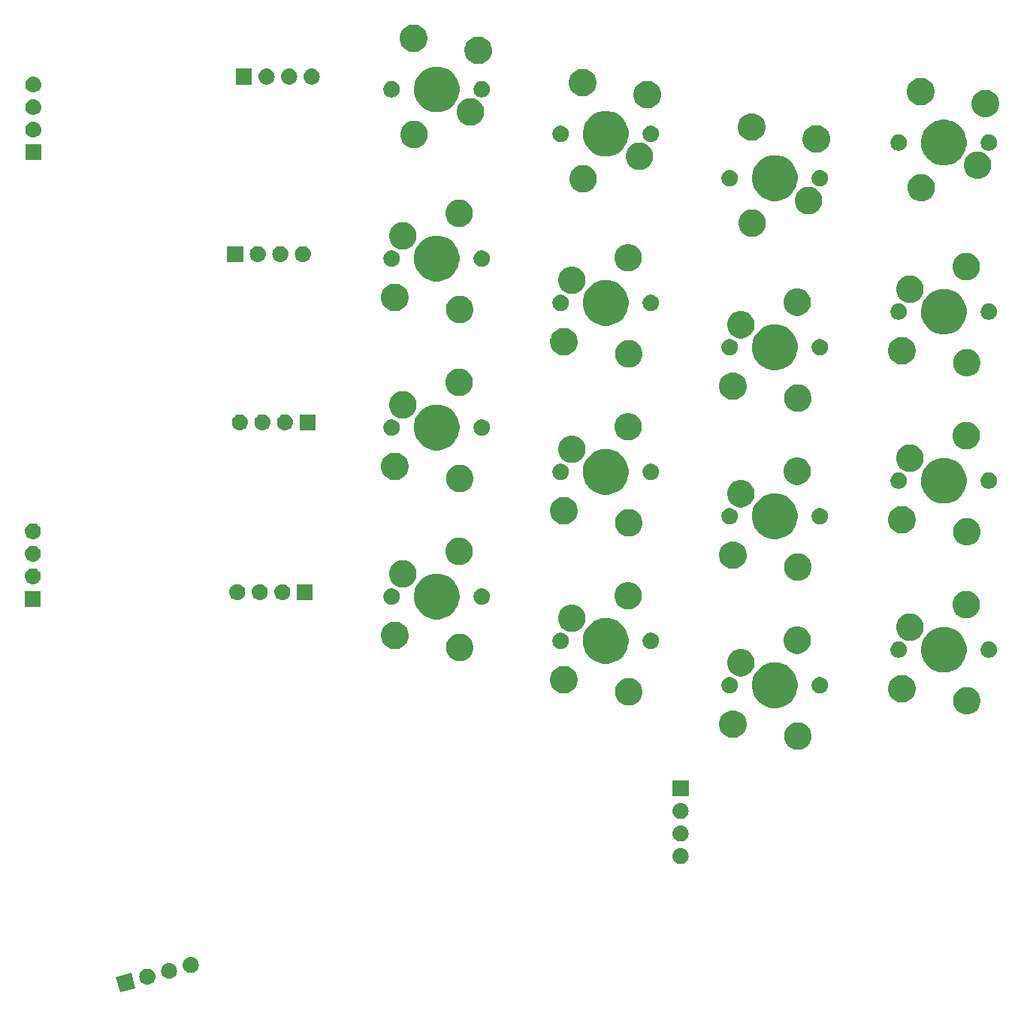
<source format=gbr>
G04 #@! TF.GenerationSoftware,KiCad,Pcbnew,(5.1.4)-1*
G04 #@! TF.CreationDate,2023-09-09T05:25:47-04:00*
G04 #@! TF.ProjectId,ThumbsUp,5468756d-6273-4557-902e-6b696361645f,rev?*
G04 #@! TF.SameCoordinates,Original*
G04 #@! TF.FileFunction,Soldermask,Top*
G04 #@! TF.FilePolarity,Negative*
%FSLAX46Y46*%
G04 Gerber Fmt 4.6, Leading zero omitted, Abs format (unit mm)*
G04 Created by KiCad (PCBNEW (5.1.4)-1) date 2023-09-09 05:25:47*
%MOMM*%
%LPD*%
G04 APERTURE LIST*
%ADD10C,0.100000*%
G04 APERTURE END LIST*
D10*
G36*
X164455165Y-601119626D02*
G01*
X162714567Y-601586018D01*
X162248175Y-599845420D01*
X163988773Y-599379028D01*
X164455165Y-601119626D01*
X164455165Y-601119626D01*
G37*
G36*
X165915564Y-598930641D02*
G01*
X165981749Y-598937160D01*
X166151588Y-598988680D01*
X166308113Y-599072345D01*
X166343851Y-599101675D01*
X166445308Y-599184937D01*
X166528570Y-599286394D01*
X166557900Y-599322132D01*
X166641565Y-599478657D01*
X166693085Y-599648496D01*
X166710481Y-599825123D01*
X166693085Y-600001750D01*
X166641565Y-600171589D01*
X166557900Y-600328114D01*
X166528570Y-600363852D01*
X166445308Y-600465309D01*
X166343851Y-600548571D01*
X166308113Y-600577901D01*
X166151588Y-600661566D01*
X165981749Y-600713086D01*
X165915565Y-600719604D01*
X165849382Y-600726123D01*
X165760862Y-600726123D01*
X165694679Y-600719604D01*
X165628495Y-600713086D01*
X165458656Y-600661566D01*
X165302131Y-600577901D01*
X165266393Y-600548571D01*
X165164936Y-600465309D01*
X165081674Y-600363852D01*
X165052344Y-600328114D01*
X164968679Y-600171589D01*
X164917159Y-600001750D01*
X164899763Y-599825123D01*
X164917159Y-599648496D01*
X164968679Y-599478657D01*
X165052344Y-599322132D01*
X165081674Y-599286394D01*
X165164936Y-599184937D01*
X165266393Y-599101675D01*
X165302131Y-599072345D01*
X165458656Y-598988680D01*
X165628495Y-598937160D01*
X165694680Y-598930641D01*
X165760862Y-598924123D01*
X165849382Y-598924123D01*
X165915564Y-598930641D01*
X165915564Y-598930641D01*
G37*
G36*
X168369015Y-598273240D02*
G01*
X168435200Y-598279759D01*
X168605039Y-598331279D01*
X168761564Y-598414944D01*
X168797302Y-598444274D01*
X168898759Y-598527536D01*
X168982021Y-598628993D01*
X169011351Y-598664731D01*
X169095016Y-598821256D01*
X169146536Y-598991095D01*
X169163932Y-599167722D01*
X169146536Y-599344349D01*
X169095016Y-599514188D01*
X169011351Y-599670713D01*
X168982021Y-599706451D01*
X168898759Y-599807908D01*
X168797302Y-599891170D01*
X168761564Y-599920500D01*
X168605039Y-600004165D01*
X168435200Y-600055685D01*
X168369016Y-600062203D01*
X168302833Y-600068722D01*
X168214313Y-600068722D01*
X168148130Y-600062203D01*
X168081946Y-600055685D01*
X167912107Y-600004165D01*
X167755582Y-599920500D01*
X167719844Y-599891170D01*
X167618387Y-599807908D01*
X167535125Y-599706451D01*
X167505795Y-599670713D01*
X167422130Y-599514188D01*
X167370610Y-599344349D01*
X167353214Y-599167722D01*
X167370610Y-598991095D01*
X167422130Y-598821256D01*
X167505795Y-598664731D01*
X167535125Y-598628993D01*
X167618387Y-598527536D01*
X167719844Y-598444274D01*
X167755582Y-598414944D01*
X167912107Y-598331279D01*
X168081946Y-598279759D01*
X168148131Y-598273240D01*
X168214313Y-598266722D01*
X168302833Y-598266722D01*
X168369015Y-598273240D01*
X168369015Y-598273240D01*
G37*
G36*
X170822467Y-597615840D02*
G01*
X170888652Y-597622359D01*
X171058491Y-597673879D01*
X171215016Y-597757544D01*
X171250754Y-597786874D01*
X171352211Y-597870136D01*
X171435473Y-597971593D01*
X171464803Y-598007331D01*
X171548468Y-598163856D01*
X171599988Y-598333695D01*
X171617384Y-598510322D01*
X171599988Y-598686949D01*
X171548468Y-598856788D01*
X171464803Y-599013313D01*
X171435473Y-599049051D01*
X171352211Y-599150508D01*
X171250754Y-599233770D01*
X171215016Y-599263100D01*
X171058491Y-599346765D01*
X170888652Y-599398285D01*
X170822467Y-599404804D01*
X170756285Y-599411322D01*
X170667765Y-599411322D01*
X170601583Y-599404804D01*
X170535398Y-599398285D01*
X170365559Y-599346765D01*
X170209034Y-599263100D01*
X170173296Y-599233770D01*
X170071839Y-599150508D01*
X169988577Y-599049051D01*
X169959247Y-599013313D01*
X169875582Y-598856788D01*
X169824062Y-598686949D01*
X169806666Y-598510322D01*
X169824062Y-598333695D01*
X169875582Y-598163856D01*
X169959247Y-598007331D01*
X169988577Y-597971593D01*
X170071839Y-597870136D01*
X170173296Y-597786874D01*
X170209034Y-597757544D01*
X170365559Y-597673879D01*
X170535398Y-597622359D01*
X170601583Y-597615840D01*
X170667765Y-597609322D01*
X170756285Y-597609322D01*
X170822467Y-597615840D01*
X170822467Y-597615840D01*
G37*
G36*
X226022468Y-585335841D02*
G01*
X226088652Y-585342359D01*
X226258491Y-585393879D01*
X226415016Y-585477544D01*
X226450754Y-585506874D01*
X226552211Y-585590136D01*
X226635473Y-585691593D01*
X226664803Y-585727331D01*
X226748468Y-585883856D01*
X226799988Y-586053695D01*
X226817384Y-586230322D01*
X226799988Y-586406949D01*
X226748468Y-586576788D01*
X226664803Y-586733313D01*
X226635473Y-586769051D01*
X226552211Y-586870508D01*
X226450754Y-586953770D01*
X226415016Y-586983100D01*
X226258491Y-587066765D01*
X226088652Y-587118285D01*
X226022467Y-587124804D01*
X225956285Y-587131322D01*
X225867765Y-587131322D01*
X225801583Y-587124804D01*
X225735398Y-587118285D01*
X225565559Y-587066765D01*
X225409034Y-586983100D01*
X225373296Y-586953770D01*
X225271839Y-586870508D01*
X225188577Y-586769051D01*
X225159247Y-586733313D01*
X225075582Y-586576788D01*
X225024062Y-586406949D01*
X225006666Y-586230322D01*
X225024062Y-586053695D01*
X225075582Y-585883856D01*
X225159247Y-585727331D01*
X225188577Y-585691593D01*
X225271839Y-585590136D01*
X225373296Y-585506874D01*
X225409034Y-585477544D01*
X225565559Y-585393879D01*
X225735398Y-585342359D01*
X225801582Y-585335841D01*
X225867765Y-585329322D01*
X225956285Y-585329322D01*
X226022468Y-585335841D01*
X226022468Y-585335841D01*
G37*
G36*
X226022467Y-582795840D02*
G01*
X226088652Y-582802359D01*
X226258491Y-582853879D01*
X226415016Y-582937544D01*
X226450754Y-582966874D01*
X226552211Y-583050136D01*
X226635473Y-583151593D01*
X226664803Y-583187331D01*
X226748468Y-583343856D01*
X226799988Y-583513695D01*
X226817384Y-583690322D01*
X226799988Y-583866949D01*
X226748468Y-584036788D01*
X226664803Y-584193313D01*
X226635473Y-584229051D01*
X226552211Y-584330508D01*
X226450754Y-584413770D01*
X226415016Y-584443100D01*
X226258491Y-584526765D01*
X226088652Y-584578285D01*
X226022468Y-584584803D01*
X225956285Y-584591322D01*
X225867765Y-584591322D01*
X225801582Y-584584803D01*
X225735398Y-584578285D01*
X225565559Y-584526765D01*
X225409034Y-584443100D01*
X225373296Y-584413770D01*
X225271839Y-584330508D01*
X225188577Y-584229051D01*
X225159247Y-584193313D01*
X225075582Y-584036788D01*
X225024062Y-583866949D01*
X225006666Y-583690322D01*
X225024062Y-583513695D01*
X225075582Y-583343856D01*
X225159247Y-583187331D01*
X225188577Y-583151593D01*
X225271839Y-583050136D01*
X225373296Y-582966874D01*
X225409034Y-582937544D01*
X225565559Y-582853879D01*
X225735398Y-582802359D01*
X225801583Y-582795840D01*
X225867765Y-582789322D01*
X225956285Y-582789322D01*
X226022467Y-582795840D01*
X226022467Y-582795840D01*
G37*
G36*
X226022467Y-580255840D02*
G01*
X226088652Y-580262359D01*
X226258491Y-580313879D01*
X226415016Y-580397544D01*
X226450754Y-580426874D01*
X226552211Y-580510136D01*
X226635473Y-580611593D01*
X226664803Y-580647331D01*
X226748468Y-580803856D01*
X226799988Y-580973695D01*
X226817384Y-581150322D01*
X226799988Y-581326949D01*
X226748468Y-581496788D01*
X226664803Y-581653313D01*
X226635473Y-581689051D01*
X226552211Y-581790508D01*
X226450754Y-581873770D01*
X226415016Y-581903100D01*
X226258491Y-581986765D01*
X226088652Y-582038285D01*
X226022467Y-582044804D01*
X225956285Y-582051322D01*
X225867765Y-582051322D01*
X225801583Y-582044804D01*
X225735398Y-582038285D01*
X225565559Y-581986765D01*
X225409034Y-581903100D01*
X225373296Y-581873770D01*
X225271839Y-581790508D01*
X225188577Y-581689051D01*
X225159247Y-581653313D01*
X225075582Y-581496788D01*
X225024062Y-581326949D01*
X225006666Y-581150322D01*
X225024062Y-580973695D01*
X225075582Y-580803856D01*
X225159247Y-580647331D01*
X225188577Y-580611593D01*
X225271839Y-580510136D01*
X225373296Y-580426874D01*
X225409034Y-580397544D01*
X225565559Y-580313879D01*
X225735398Y-580262359D01*
X225801583Y-580255840D01*
X225867765Y-580249322D01*
X225956285Y-580249322D01*
X226022467Y-580255840D01*
X226022467Y-580255840D01*
G37*
G36*
X226813025Y-579511322D02*
G01*
X225011025Y-579511322D01*
X225011025Y-577709322D01*
X226813025Y-577709322D01*
X226813025Y-579511322D01*
X226813025Y-579511322D01*
G37*
G36*
X239414610Y-571189125D02*
G01*
X239564435Y-571218927D01*
X239846699Y-571335844D01*
X240100730Y-571505582D01*
X240316766Y-571721618D01*
X240486504Y-571975649D01*
X240535938Y-572094995D01*
X240603421Y-572257914D01*
X240663025Y-572557562D01*
X240663025Y-572863084D01*
X240633223Y-573012908D01*
X240603421Y-573162733D01*
X240486504Y-573444997D01*
X240316766Y-573699028D01*
X240100730Y-573915064D01*
X239846699Y-574084802D01*
X239564435Y-574201719D01*
X239414610Y-574231521D01*
X239264786Y-574261323D01*
X238959264Y-574261323D01*
X238809440Y-574231521D01*
X238659615Y-574201719D01*
X238377351Y-574084802D01*
X238123320Y-573915064D01*
X237907284Y-573699028D01*
X237737546Y-573444997D01*
X237620629Y-573162733D01*
X237590827Y-573012908D01*
X237561025Y-572863084D01*
X237561025Y-572557562D01*
X237620629Y-572257914D01*
X237688112Y-572094995D01*
X237737546Y-571975649D01*
X237907284Y-571721618D01*
X238123320Y-571505582D01*
X238377351Y-571335844D01*
X238659615Y-571218927D01*
X238809440Y-571189125D01*
X238959264Y-571159323D01*
X239264786Y-571159323D01*
X239414610Y-571189125D01*
X239414610Y-571189125D01*
G37*
G36*
X232114610Y-569839125D02*
G01*
X232264435Y-569868927D01*
X232546699Y-569985844D01*
X232800730Y-570155582D01*
X233016766Y-570371618D01*
X233186504Y-570625649D01*
X233303421Y-570907913D01*
X233303421Y-570907914D01*
X233353430Y-571159323D01*
X233363025Y-571207563D01*
X233363025Y-571513083D01*
X233303421Y-571812733D01*
X233186504Y-572094997D01*
X233016766Y-572349028D01*
X232800730Y-572565064D01*
X232546699Y-572734802D01*
X232264435Y-572851719D01*
X232207304Y-572863083D01*
X231964786Y-572911323D01*
X231659264Y-572911323D01*
X231416746Y-572863083D01*
X231359615Y-572851719D01*
X231077351Y-572734802D01*
X230823320Y-572565064D01*
X230607284Y-572349028D01*
X230437546Y-572094997D01*
X230320629Y-571812733D01*
X230261025Y-571513083D01*
X230261025Y-571207563D01*
X230270621Y-571159323D01*
X230320629Y-570907914D01*
X230320629Y-570907913D01*
X230437546Y-570625649D01*
X230607284Y-570371618D01*
X230823320Y-570155582D01*
X231077351Y-569985844D01*
X231359615Y-569868927D01*
X231509440Y-569839125D01*
X231659264Y-569809323D01*
X231964786Y-569809323D01*
X232114610Y-569839125D01*
X232114610Y-569839125D01*
G37*
G36*
X258464610Y-567189124D02*
G01*
X258614435Y-567218926D01*
X258896699Y-567335843D01*
X259150730Y-567505581D01*
X259366766Y-567721617D01*
X259536504Y-567975648D01*
X259653421Y-568257912D01*
X259653421Y-568257913D01*
X259713025Y-568557561D01*
X259713025Y-568863083D01*
X259702686Y-568915062D01*
X259653421Y-569162732D01*
X259536504Y-569444996D01*
X259366766Y-569699027D01*
X259150730Y-569915063D01*
X258896699Y-570084801D01*
X258614435Y-570201718D01*
X258464610Y-570231520D01*
X258314786Y-570261322D01*
X258009264Y-570261322D01*
X257859440Y-570231520D01*
X257709615Y-570201718D01*
X257427351Y-570084801D01*
X257173320Y-569915063D01*
X256957284Y-569699027D01*
X256787546Y-569444996D01*
X256670629Y-569162732D01*
X256621364Y-568915062D01*
X256611025Y-568863083D01*
X256611025Y-568557561D01*
X256670629Y-568257913D01*
X256670629Y-568257912D01*
X256787546Y-567975648D01*
X256957284Y-567721617D01*
X257173320Y-567505581D01*
X257427351Y-567335843D01*
X257709615Y-567218926D01*
X257859440Y-567189124D01*
X258009264Y-567159322D01*
X258314786Y-567159322D01*
X258464610Y-567189124D01*
X258464610Y-567189124D01*
G37*
G36*
X237014577Y-564433820D02*
G01*
X237263416Y-564483317D01*
X237457600Y-564563751D01*
X237732217Y-564677501D01*
X238154129Y-564959413D01*
X238512935Y-565318219D01*
X238794847Y-565740131D01*
X238865921Y-565911719D01*
X238989031Y-566208932D01*
X239088025Y-566706609D01*
X239088025Y-567214037D01*
X238989031Y-567711714D01*
X238931445Y-567850738D01*
X238794847Y-568180515D01*
X238512935Y-568602427D01*
X238154129Y-568961233D01*
X237732217Y-569243145D01*
X237457600Y-569356895D01*
X237263416Y-569437329D01*
X237224881Y-569444994D01*
X236765740Y-569536323D01*
X236258310Y-569536323D01*
X235799169Y-569444994D01*
X235760634Y-569437329D01*
X235566450Y-569356895D01*
X235291833Y-569243145D01*
X234869921Y-568961233D01*
X234511115Y-568602427D01*
X234229203Y-568180515D01*
X234092605Y-567850738D01*
X234035019Y-567711714D01*
X233936025Y-567214037D01*
X233936025Y-566706609D01*
X234035019Y-566208932D01*
X234158129Y-565911719D01*
X234229203Y-565740131D01*
X234511115Y-565318219D01*
X234869921Y-564959413D01*
X235291833Y-564677501D01*
X235566450Y-564563751D01*
X235760634Y-564483317D01*
X236009473Y-564433820D01*
X236258310Y-564384323D01*
X236765740Y-564384323D01*
X237014577Y-564433820D01*
X237014577Y-564433820D01*
G37*
G36*
X220364610Y-566189124D02*
G01*
X220514435Y-566218926D01*
X220796699Y-566335843D01*
X221050730Y-566505581D01*
X221266766Y-566721617D01*
X221436504Y-566975648D01*
X221542036Y-567230426D01*
X221553421Y-567257913D01*
X221613025Y-567557561D01*
X221613025Y-567863083D01*
X221590634Y-567975648D01*
X221553421Y-568162732D01*
X221436504Y-568444996D01*
X221266766Y-568699027D01*
X221050730Y-568915063D01*
X220796699Y-569084801D01*
X220514435Y-569201718D01*
X220364610Y-569231520D01*
X220214786Y-569261322D01*
X219909264Y-569261322D01*
X219759440Y-569231520D01*
X219609615Y-569201718D01*
X219327351Y-569084801D01*
X219073320Y-568915063D01*
X218857284Y-568699027D01*
X218687546Y-568444996D01*
X218570629Y-568162732D01*
X218533416Y-567975648D01*
X218511025Y-567863083D01*
X218511025Y-567557561D01*
X218570629Y-567257913D01*
X218582014Y-567230426D01*
X218687546Y-566975648D01*
X218857284Y-566721617D01*
X219073320Y-566505581D01*
X219327351Y-566335843D01*
X219609615Y-566218926D01*
X219759440Y-566189124D01*
X219909264Y-566159322D01*
X220214786Y-566159322D01*
X220364610Y-566189124D01*
X220364610Y-566189124D01*
G37*
G36*
X251164610Y-565839124D02*
G01*
X251314435Y-565868926D01*
X251596699Y-565985843D01*
X251850730Y-566155581D01*
X252066766Y-566371617D01*
X252236504Y-566625648D01*
X252353421Y-566907912D01*
X252366895Y-566975650D01*
X252413025Y-567207561D01*
X252413025Y-567513083D01*
X252402686Y-567565062D01*
X252353421Y-567812732D01*
X252236504Y-568094996D01*
X252066766Y-568349027D01*
X251850730Y-568565063D01*
X251596699Y-568734801D01*
X251314435Y-568851718D01*
X251257304Y-568863082D01*
X251014786Y-568911322D01*
X250709264Y-568911322D01*
X250466746Y-568863082D01*
X250409615Y-568851718D01*
X250127351Y-568734801D01*
X249873320Y-568565063D01*
X249657284Y-568349027D01*
X249487546Y-568094996D01*
X249370629Y-567812732D01*
X249321364Y-567565062D01*
X249311025Y-567513083D01*
X249311025Y-567207561D01*
X249357155Y-566975650D01*
X249370629Y-566907912D01*
X249487546Y-566625648D01*
X249657284Y-566371617D01*
X249873320Y-566155581D01*
X250127351Y-565985843D01*
X250409615Y-565868926D01*
X250559440Y-565839124D01*
X250709264Y-565809322D01*
X251014786Y-565809322D01*
X251164610Y-565839124D01*
X251164610Y-565839124D01*
G37*
G36*
X213064610Y-564839124D02*
G01*
X213214435Y-564868926D01*
X213496699Y-564985843D01*
X213750730Y-565155581D01*
X213966766Y-565371617D01*
X214136504Y-565625648D01*
X214253421Y-565907912D01*
X214253421Y-565907913D01*
X214313025Y-566207561D01*
X214313025Y-566513083D01*
X214311311Y-566521698D01*
X214253421Y-566812732D01*
X214136504Y-567094996D01*
X213966766Y-567349027D01*
X213750730Y-567565063D01*
X213496699Y-567734801D01*
X213214435Y-567851718D01*
X213157304Y-567863082D01*
X212914786Y-567911322D01*
X212609264Y-567911322D01*
X212366746Y-567863082D01*
X212309615Y-567851718D01*
X212027351Y-567734801D01*
X211773320Y-567565063D01*
X211557284Y-567349027D01*
X211387546Y-567094996D01*
X211270629Y-566812732D01*
X211212739Y-566521698D01*
X211211025Y-566513083D01*
X211211025Y-566207561D01*
X211270629Y-565907913D01*
X211270629Y-565907912D01*
X211387546Y-565625648D01*
X211557284Y-565371617D01*
X211773320Y-565155581D01*
X212027351Y-564985843D01*
X212309615Y-564868926D01*
X212459440Y-564839124D01*
X212609264Y-564809322D01*
X212914786Y-564809322D01*
X213064610Y-564839124D01*
X213064610Y-564839124D01*
G37*
G36*
X241862129Y-566069908D02*
G01*
X242030651Y-566139712D01*
X242182316Y-566241051D01*
X242311297Y-566370032D01*
X242412636Y-566521697D01*
X242482440Y-566690219D01*
X242518025Y-566869120D01*
X242518025Y-567051526D01*
X242482440Y-567230427D01*
X242412636Y-567398949D01*
X242311297Y-567550614D01*
X242182316Y-567679595D01*
X242030651Y-567780934D01*
X241862129Y-567850738D01*
X241683228Y-567886323D01*
X241500822Y-567886323D01*
X241321921Y-567850738D01*
X241153399Y-567780934D01*
X241001734Y-567679595D01*
X240872753Y-567550614D01*
X240771414Y-567398949D01*
X240701610Y-567230427D01*
X240666025Y-567051526D01*
X240666025Y-566869120D01*
X240701610Y-566690219D01*
X240771414Y-566521697D01*
X240872753Y-566370032D01*
X241001734Y-566241051D01*
X241153399Y-566139712D01*
X241321921Y-566069908D01*
X241500822Y-566034323D01*
X241683228Y-566034323D01*
X241862129Y-566069908D01*
X241862129Y-566069908D01*
G37*
G36*
X231702129Y-566069908D02*
G01*
X231870651Y-566139712D01*
X232022316Y-566241051D01*
X232151297Y-566370032D01*
X232252636Y-566521697D01*
X232322440Y-566690219D01*
X232358025Y-566869120D01*
X232358025Y-567051526D01*
X232322440Y-567230427D01*
X232252636Y-567398949D01*
X232151297Y-567550614D01*
X232022316Y-567679595D01*
X231870651Y-567780934D01*
X231702129Y-567850738D01*
X231523228Y-567886323D01*
X231340822Y-567886323D01*
X231161921Y-567850738D01*
X230993399Y-567780934D01*
X230841734Y-567679595D01*
X230712753Y-567550614D01*
X230611414Y-567398949D01*
X230541610Y-567230427D01*
X230506025Y-567051526D01*
X230506025Y-566869120D01*
X230541610Y-566690219D01*
X230611414Y-566521697D01*
X230712753Y-566370032D01*
X230841734Y-566241051D01*
X230993399Y-566139712D01*
X231161921Y-566069908D01*
X231340822Y-566034323D01*
X231523228Y-566034323D01*
X231702129Y-566069908D01*
X231702129Y-566069908D01*
G37*
G36*
X232940245Y-562886322D02*
G01*
X233154435Y-562928927D01*
X233436699Y-563045844D01*
X233690730Y-563215582D01*
X233906766Y-563431618D01*
X234076504Y-563685649D01*
X234193421Y-563967913D01*
X234253025Y-564267563D01*
X234253025Y-564573083D01*
X234193421Y-564872733D01*
X234076504Y-565154997D01*
X233906766Y-565409028D01*
X233690730Y-565625064D01*
X233436699Y-565794802D01*
X233154435Y-565911719D01*
X233004610Y-565941521D01*
X232854786Y-565971323D01*
X232549264Y-565971323D01*
X232399440Y-565941521D01*
X232249615Y-565911719D01*
X231967351Y-565794802D01*
X231713320Y-565625064D01*
X231497284Y-565409028D01*
X231327546Y-565154997D01*
X231210629Y-564872733D01*
X231151025Y-564573083D01*
X231151025Y-564267563D01*
X231210629Y-563967913D01*
X231327546Y-563685649D01*
X231497284Y-563431618D01*
X231713320Y-563215582D01*
X231967351Y-563045844D01*
X232249615Y-562928927D01*
X232463805Y-562886322D01*
X232549264Y-562869323D01*
X232854786Y-562869323D01*
X232940245Y-562886322D01*
X232940245Y-562886322D01*
G37*
G36*
X255939935Y-560409026D02*
G01*
X256313416Y-560483316D01*
X256507600Y-560563750D01*
X256782217Y-560677500D01*
X257204129Y-560959412D01*
X257562935Y-561318218D01*
X257844847Y-561740130D01*
X257958597Y-562014747D01*
X258039031Y-562208931D01*
X258063657Y-562332733D01*
X258138025Y-562706607D01*
X258138025Y-563214037D01*
X258137717Y-563215583D01*
X258039031Y-563711713D01*
X257981445Y-563850737D01*
X257844847Y-564180514D01*
X257562935Y-564602426D01*
X257204129Y-564961232D01*
X256782217Y-565243144D01*
X256507600Y-565356894D01*
X256313416Y-565437328D01*
X256064577Y-565486825D01*
X255815740Y-565536322D01*
X255308310Y-565536322D01*
X255059473Y-565486825D01*
X254810634Y-565437328D01*
X254616450Y-565356894D01*
X254341833Y-565243144D01*
X253919921Y-564961232D01*
X253561115Y-564602426D01*
X253279203Y-564180514D01*
X253142605Y-563850737D01*
X253085019Y-563711713D01*
X252986333Y-563215583D01*
X252986025Y-563214037D01*
X252986025Y-562706607D01*
X253060393Y-562332733D01*
X253085019Y-562208931D01*
X253165453Y-562014747D01*
X253279203Y-561740130D01*
X253561115Y-561318218D01*
X253919921Y-560959412D01*
X254341833Y-560677500D01*
X254616450Y-560563750D01*
X254810634Y-560483316D01*
X255184115Y-560409026D01*
X255308310Y-560384322D01*
X255815740Y-560384322D01*
X255939935Y-560409026D01*
X255939935Y-560409026D01*
G37*
G36*
X217952024Y-559431322D02*
G01*
X218213416Y-559483316D01*
X218341383Y-559536322D01*
X218682217Y-559677500D01*
X219104129Y-559959412D01*
X219462935Y-560318218D01*
X219744847Y-560740130D01*
X219840610Y-560971322D01*
X219939031Y-561208931D01*
X219982589Y-561427913D01*
X220038025Y-561706607D01*
X220038025Y-562214037D01*
X220029298Y-562257912D01*
X219939031Y-562711713D01*
X219866705Y-562886322D01*
X219744847Y-563180514D01*
X219462935Y-563602426D01*
X219104129Y-563961232D01*
X218682217Y-564243144D01*
X218407600Y-564356894D01*
X218213416Y-564437328D01*
X217982213Y-564483317D01*
X217715740Y-564536322D01*
X217208310Y-564536322D01*
X216941837Y-564483317D01*
X216710634Y-564437328D01*
X216516450Y-564356894D01*
X216241833Y-564243144D01*
X215819921Y-563961232D01*
X215461115Y-563602426D01*
X215179203Y-563180514D01*
X215057345Y-562886322D01*
X214985019Y-562711713D01*
X214894752Y-562257912D01*
X214886025Y-562214037D01*
X214886025Y-561706607D01*
X214941461Y-561427913D01*
X214985019Y-561208931D01*
X215083440Y-560971322D01*
X215179203Y-560740130D01*
X215461115Y-560318218D01*
X215819921Y-559959412D01*
X216241833Y-559677500D01*
X216582667Y-559536322D01*
X216710634Y-559483316D01*
X216972026Y-559431322D01*
X217208310Y-559384322D01*
X217715740Y-559384322D01*
X217952024Y-559431322D01*
X217952024Y-559431322D01*
G37*
G36*
X201314610Y-561189124D02*
G01*
X201464435Y-561218926D01*
X201746699Y-561335843D01*
X202000730Y-561505581D01*
X202216766Y-561721617D01*
X202386504Y-561975648D01*
X202496437Y-562241051D01*
X202503421Y-562257913D01*
X202563025Y-562557561D01*
X202563025Y-562863083D01*
X202549928Y-562928927D01*
X202503421Y-563162732D01*
X202386504Y-563444996D01*
X202216766Y-563699027D01*
X202000730Y-563915063D01*
X201746699Y-564084801D01*
X201464435Y-564201718D01*
X201314610Y-564231520D01*
X201164786Y-564261322D01*
X200859264Y-564261322D01*
X200709440Y-564231520D01*
X200559615Y-564201718D01*
X200277351Y-564084801D01*
X200023320Y-563915063D01*
X199807284Y-563699027D01*
X199637546Y-563444996D01*
X199520629Y-563162732D01*
X199474122Y-562928927D01*
X199461025Y-562863083D01*
X199461025Y-562557561D01*
X199520629Y-562257913D01*
X199527613Y-562241051D01*
X199637546Y-561975648D01*
X199807284Y-561721617D01*
X200023320Y-561505581D01*
X200277351Y-561335843D01*
X200559615Y-561218926D01*
X200709440Y-561189124D01*
X200859264Y-561159322D01*
X201164786Y-561159322D01*
X201314610Y-561189124D01*
X201314610Y-561189124D01*
G37*
G36*
X260912129Y-562069907D02*
G01*
X261080651Y-562139711D01*
X261232316Y-562241050D01*
X261361297Y-562370031D01*
X261462636Y-562521696D01*
X261532440Y-562690218D01*
X261568025Y-562869119D01*
X261568025Y-563051525D01*
X261532440Y-563230426D01*
X261462636Y-563398948D01*
X261361297Y-563550613D01*
X261232316Y-563679594D01*
X261080651Y-563780933D01*
X260912129Y-563850737D01*
X260733228Y-563886322D01*
X260550822Y-563886322D01*
X260371921Y-563850737D01*
X260203399Y-563780933D01*
X260051734Y-563679594D01*
X259922753Y-563550613D01*
X259821414Y-563398948D01*
X259751610Y-563230426D01*
X259716025Y-563051525D01*
X259716025Y-562869119D01*
X259751610Y-562690218D01*
X259821414Y-562521696D01*
X259922753Y-562370031D01*
X260051734Y-562241050D01*
X260203399Y-562139711D01*
X260371921Y-562069907D01*
X260550822Y-562034322D01*
X260733228Y-562034322D01*
X260912129Y-562069907D01*
X260912129Y-562069907D01*
G37*
G36*
X250752129Y-562069907D02*
G01*
X250920651Y-562139711D01*
X251072316Y-562241050D01*
X251201297Y-562370031D01*
X251302636Y-562521696D01*
X251372440Y-562690218D01*
X251408025Y-562869119D01*
X251408025Y-563051525D01*
X251372440Y-563230426D01*
X251302636Y-563398948D01*
X251201297Y-563550613D01*
X251072316Y-563679594D01*
X250920651Y-563780933D01*
X250752129Y-563850737D01*
X250573228Y-563886322D01*
X250390822Y-563886322D01*
X250211921Y-563850737D01*
X250043399Y-563780933D01*
X249891734Y-563679594D01*
X249762753Y-563550613D01*
X249661414Y-563398948D01*
X249591610Y-563230426D01*
X249556025Y-563051525D01*
X249556025Y-562869119D01*
X249591610Y-562690218D01*
X249661414Y-562521696D01*
X249762753Y-562370031D01*
X249891734Y-562241050D01*
X250043399Y-562139711D01*
X250211921Y-562069907D01*
X250390822Y-562034322D01*
X250573228Y-562034322D01*
X250752129Y-562069907D01*
X250752129Y-562069907D01*
G37*
G36*
X239354610Y-560359125D02*
G01*
X239504435Y-560388927D01*
X239786699Y-560505844D01*
X240040730Y-560675582D01*
X240256766Y-560891618D01*
X240426504Y-561145649D01*
X240543421Y-561427913D01*
X240562076Y-561521697D01*
X240601843Y-561721618D01*
X240603025Y-561727563D01*
X240603025Y-562033083D01*
X240543421Y-562332733D01*
X240426504Y-562614997D01*
X240256766Y-562869028D01*
X240040730Y-563085064D01*
X239786699Y-563254802D01*
X239504435Y-563371719D01*
X239367550Y-563398947D01*
X239204786Y-563431323D01*
X238899264Y-563431323D01*
X238736500Y-563398947D01*
X238599615Y-563371719D01*
X238317351Y-563254802D01*
X238063320Y-563085064D01*
X237847284Y-562869028D01*
X237677546Y-562614997D01*
X237560629Y-562332733D01*
X237501025Y-562033083D01*
X237501025Y-561727563D01*
X237502208Y-561721618D01*
X237541974Y-561521697D01*
X237560629Y-561427913D01*
X237677546Y-561145649D01*
X237847284Y-560891618D01*
X238063320Y-560675582D01*
X238317351Y-560505844D01*
X238599615Y-560388927D01*
X238749440Y-560359125D01*
X238899264Y-560329323D01*
X239204786Y-560329323D01*
X239354610Y-560359125D01*
X239354610Y-560359125D01*
G37*
G36*
X194014610Y-559839124D02*
G01*
X194164435Y-559868926D01*
X194446699Y-559985843D01*
X194700730Y-560155581D01*
X194916766Y-560371617D01*
X195086504Y-560625648D01*
X195196672Y-560891619D01*
X195203421Y-560907913D01*
X195263025Y-561207561D01*
X195263025Y-561513083D01*
X195240751Y-561625062D01*
X195203421Y-561812732D01*
X195086504Y-562094996D01*
X194916766Y-562349027D01*
X194700730Y-562565063D01*
X194446699Y-562734801D01*
X194164435Y-562851718D01*
X194014610Y-562881520D01*
X193864786Y-562911322D01*
X193559264Y-562911322D01*
X193409440Y-562881520D01*
X193259615Y-562851718D01*
X192977351Y-562734801D01*
X192723320Y-562565063D01*
X192507284Y-562349027D01*
X192337546Y-562094996D01*
X192220629Y-561812732D01*
X192183299Y-561625062D01*
X192161025Y-561513083D01*
X192161025Y-561207561D01*
X192220629Y-560907913D01*
X192227378Y-560891619D01*
X192337546Y-560625648D01*
X192507284Y-560371617D01*
X192723320Y-560155581D01*
X192977351Y-559985843D01*
X193259615Y-559868926D01*
X193409440Y-559839124D01*
X193559264Y-559809322D01*
X193864786Y-559809322D01*
X194014610Y-559839124D01*
X194014610Y-559839124D01*
G37*
G36*
X222812129Y-561069907D02*
G01*
X222980651Y-561139711D01*
X223132316Y-561241050D01*
X223261297Y-561370031D01*
X223362636Y-561521696D01*
X223432440Y-561690218D01*
X223468025Y-561869119D01*
X223468025Y-562051525D01*
X223432440Y-562230426D01*
X223362636Y-562398948D01*
X223261297Y-562550613D01*
X223132316Y-562679594D01*
X222980651Y-562780933D01*
X222812129Y-562850737D01*
X222633228Y-562886322D01*
X222450822Y-562886322D01*
X222271921Y-562850737D01*
X222103399Y-562780933D01*
X221951734Y-562679594D01*
X221822753Y-562550613D01*
X221721414Y-562398948D01*
X221651610Y-562230426D01*
X221616025Y-562051525D01*
X221616025Y-561869119D01*
X221651610Y-561690218D01*
X221721414Y-561521696D01*
X221822753Y-561370031D01*
X221951734Y-561241050D01*
X222103399Y-561139711D01*
X222271921Y-561069907D01*
X222450822Y-561034322D01*
X222633228Y-561034322D01*
X222812129Y-561069907D01*
X222812129Y-561069907D01*
G37*
G36*
X212652129Y-561069907D02*
G01*
X212820651Y-561139711D01*
X212972316Y-561241050D01*
X213101297Y-561370031D01*
X213202636Y-561521696D01*
X213272440Y-561690218D01*
X213308025Y-561869119D01*
X213308025Y-562051525D01*
X213272440Y-562230426D01*
X213202636Y-562398948D01*
X213101297Y-562550613D01*
X212972316Y-562679594D01*
X212820651Y-562780933D01*
X212652129Y-562850737D01*
X212473228Y-562886322D01*
X212290822Y-562886322D01*
X212111921Y-562850737D01*
X211943399Y-562780933D01*
X211791734Y-562679594D01*
X211662753Y-562550613D01*
X211561414Y-562398948D01*
X211491610Y-562230426D01*
X211456025Y-562051525D01*
X211456025Y-561869119D01*
X211491610Y-561690218D01*
X211561414Y-561521696D01*
X211662753Y-561370031D01*
X211791734Y-561241050D01*
X211943399Y-561139711D01*
X212111921Y-561069907D01*
X212290822Y-561034322D01*
X212473228Y-561034322D01*
X212652129Y-561069907D01*
X212652129Y-561069907D01*
G37*
G36*
X252054610Y-558899124D02*
G01*
X252204435Y-558928926D01*
X252486699Y-559045843D01*
X252740730Y-559215581D01*
X252956766Y-559431617D01*
X253126504Y-559685648D01*
X253243421Y-559967912D01*
X253303025Y-560267562D01*
X253303025Y-560573082D01*
X253243421Y-560872732D01*
X253126504Y-561154996D01*
X252956766Y-561409027D01*
X252740730Y-561625063D01*
X252486699Y-561794801D01*
X252204435Y-561911718D01*
X252054610Y-561941520D01*
X251904786Y-561971322D01*
X251599264Y-561971322D01*
X251449440Y-561941520D01*
X251299615Y-561911718D01*
X251017351Y-561794801D01*
X250763320Y-561625063D01*
X250547284Y-561409027D01*
X250377546Y-561154996D01*
X250260629Y-560872732D01*
X250201025Y-560573082D01*
X250201025Y-560267562D01*
X250260629Y-559967912D01*
X250377546Y-559685648D01*
X250547284Y-559431617D01*
X250763320Y-559215581D01*
X251017351Y-559045843D01*
X251299615Y-558928926D01*
X251449440Y-558899124D01*
X251599264Y-558869322D01*
X251904786Y-558869322D01*
X252054610Y-558899124D01*
X252054610Y-558899124D01*
G37*
G36*
X213890250Y-557886322D02*
G01*
X214104435Y-557928926D01*
X214386699Y-558045843D01*
X214640730Y-558215581D01*
X214856766Y-558431617D01*
X215026504Y-558685648D01*
X215143421Y-558967912D01*
X215203025Y-559267562D01*
X215203025Y-559573082D01*
X215143421Y-559872732D01*
X215026504Y-560154996D01*
X214856766Y-560409027D01*
X214640730Y-560625063D01*
X214386699Y-560794801D01*
X214104435Y-560911718D01*
X213954610Y-560941520D01*
X213804786Y-560971322D01*
X213499264Y-560971322D01*
X213349440Y-560941520D01*
X213199615Y-560911718D01*
X212917351Y-560794801D01*
X212663320Y-560625063D01*
X212447284Y-560409027D01*
X212277546Y-560154996D01*
X212160629Y-559872732D01*
X212101025Y-559573082D01*
X212101025Y-559267562D01*
X212160629Y-558967912D01*
X212277546Y-558685648D01*
X212447284Y-558431617D01*
X212663320Y-558215581D01*
X212917351Y-558045843D01*
X213199615Y-557928926D01*
X213413800Y-557886322D01*
X213499264Y-557869322D01*
X213804786Y-557869322D01*
X213890250Y-557886322D01*
X213890250Y-557886322D01*
G37*
G36*
X199163416Y-554483316D02*
G01*
X199357600Y-554563750D01*
X199632217Y-554677500D01*
X200054129Y-554959412D01*
X200412935Y-555318218D01*
X200694847Y-555740130D01*
X200757595Y-555891617D01*
X200889031Y-556208931D01*
X200912970Y-556329280D01*
X200981854Y-556675581D01*
X200988025Y-556706608D01*
X200988025Y-557214036D01*
X200889031Y-557711713D01*
X200823869Y-557869027D01*
X200694847Y-558180514D01*
X200412935Y-558602426D01*
X200054129Y-558961232D01*
X199632217Y-559243144D01*
X199357600Y-559356894D01*
X199163416Y-559437328D01*
X198932218Y-559483316D01*
X198665740Y-559536322D01*
X198158310Y-559536322D01*
X197891832Y-559483316D01*
X197660634Y-559437328D01*
X197466450Y-559356894D01*
X197191833Y-559243144D01*
X196769921Y-558961232D01*
X196411115Y-558602426D01*
X196129203Y-558180514D01*
X196000181Y-557869027D01*
X195935019Y-557711713D01*
X195836025Y-557214036D01*
X195836025Y-556706608D01*
X195842197Y-556675581D01*
X195911080Y-556329280D01*
X195935019Y-556208931D01*
X196066455Y-555891617D01*
X196129203Y-555740130D01*
X196411115Y-555318218D01*
X196769921Y-554959412D01*
X197191833Y-554677500D01*
X197466450Y-554563750D01*
X197660634Y-554483316D01*
X198158310Y-554384322D01*
X198665740Y-554384322D01*
X199163416Y-554483316D01*
X199163416Y-554483316D01*
G37*
G36*
X258404610Y-556359124D02*
G01*
X258554435Y-556388926D01*
X258836699Y-556505843D01*
X259090730Y-556675581D01*
X259306766Y-556891617D01*
X259476504Y-557145648D01*
X259593421Y-557427912D01*
X259617828Y-557550613D01*
X259649873Y-557711713D01*
X259653025Y-557727562D01*
X259653025Y-558033082D01*
X259593421Y-558332732D01*
X259476504Y-558614996D01*
X259306766Y-558869027D01*
X259090730Y-559085063D01*
X258836699Y-559254801D01*
X258554435Y-559371718D01*
X258491070Y-559384322D01*
X258254786Y-559431322D01*
X257949264Y-559431322D01*
X257712980Y-559384322D01*
X257649615Y-559371718D01*
X257367351Y-559254801D01*
X257113320Y-559085063D01*
X256897284Y-558869027D01*
X256727546Y-558614996D01*
X256610629Y-558332732D01*
X256551025Y-558033082D01*
X256551025Y-557727562D01*
X256554178Y-557711713D01*
X256586222Y-557550613D01*
X256610629Y-557427912D01*
X256727546Y-557145648D01*
X256897284Y-556891617D01*
X257113320Y-556675581D01*
X257367351Y-556505843D01*
X257649615Y-556388926D01*
X257799440Y-556359124D01*
X257949264Y-556329322D01*
X258254786Y-556329322D01*
X258404610Y-556359124D01*
X258404610Y-556359124D01*
G37*
G36*
X220304610Y-555359124D02*
G01*
X220454435Y-555388926D01*
X220736699Y-555505843D01*
X220990730Y-555675581D01*
X221206766Y-555891617D01*
X221376504Y-556145648D01*
X221493421Y-556427912D01*
X221493421Y-556427913D01*
X221553025Y-556727561D01*
X221553025Y-557033083D01*
X221530634Y-557145648D01*
X221493421Y-557332732D01*
X221376504Y-557614996D01*
X221206766Y-557869027D01*
X220990730Y-558085063D01*
X220736699Y-558254801D01*
X220454435Y-558371718D01*
X220304610Y-558401520D01*
X220154786Y-558431322D01*
X219849264Y-558431322D01*
X219699440Y-558401520D01*
X219549615Y-558371718D01*
X219267351Y-558254801D01*
X219013320Y-558085063D01*
X218797284Y-557869027D01*
X218627546Y-557614996D01*
X218510629Y-557332732D01*
X218473416Y-557145648D01*
X218451025Y-557033083D01*
X218451025Y-556727561D01*
X218510629Y-556427913D01*
X218510629Y-556427912D01*
X218627546Y-556145648D01*
X218797284Y-555891617D01*
X219013320Y-555675581D01*
X219267351Y-555505843D01*
X219549615Y-555388926D01*
X219699440Y-555359124D01*
X219849264Y-555329322D01*
X220154786Y-555329322D01*
X220304610Y-555359124D01*
X220304610Y-555359124D01*
G37*
G36*
X153813019Y-558131280D02*
G01*
X152011019Y-558131280D01*
X152011019Y-556329280D01*
X153813019Y-556329280D01*
X153813019Y-558131280D01*
X153813019Y-558131280D01*
G37*
G36*
X203762129Y-556069907D02*
G01*
X203930651Y-556139711D01*
X204082316Y-556241050D01*
X204211297Y-556370031D01*
X204312636Y-556521696D01*
X204382440Y-556690218D01*
X204418025Y-556869119D01*
X204418025Y-557051525D01*
X204382440Y-557230426D01*
X204312636Y-557398948D01*
X204211297Y-557550613D01*
X204082316Y-557679594D01*
X203930651Y-557780933D01*
X203762129Y-557850737D01*
X203583228Y-557886322D01*
X203400822Y-557886322D01*
X203221921Y-557850737D01*
X203053399Y-557780933D01*
X202901734Y-557679594D01*
X202772753Y-557550613D01*
X202671414Y-557398948D01*
X202601610Y-557230426D01*
X202566025Y-557051525D01*
X202566025Y-556869119D01*
X202601610Y-556690218D01*
X202671414Y-556521696D01*
X202772753Y-556370031D01*
X202901734Y-556241050D01*
X203053399Y-556139711D01*
X203221921Y-556069907D01*
X203400822Y-556034322D01*
X203583228Y-556034322D01*
X203762129Y-556069907D01*
X203762129Y-556069907D01*
G37*
G36*
X193602129Y-556069907D02*
G01*
X193770651Y-556139711D01*
X193922316Y-556241050D01*
X194051297Y-556370031D01*
X194152636Y-556521696D01*
X194222440Y-556690218D01*
X194258025Y-556869119D01*
X194258025Y-557051525D01*
X194222440Y-557230426D01*
X194152636Y-557398948D01*
X194051297Y-557550613D01*
X193922316Y-557679594D01*
X193770651Y-557780933D01*
X193602129Y-557850737D01*
X193423228Y-557886322D01*
X193240822Y-557886322D01*
X193061921Y-557850737D01*
X192893399Y-557780933D01*
X192741734Y-557679594D01*
X192612753Y-557550613D01*
X192511414Y-557398948D01*
X192441610Y-557230426D01*
X192406025Y-557051525D01*
X192406025Y-556869119D01*
X192441610Y-556690218D01*
X192511414Y-556521696D01*
X192612753Y-556370031D01*
X192741734Y-556241050D01*
X192893399Y-556139711D01*
X193061921Y-556069907D01*
X193240822Y-556034322D01*
X193423228Y-556034322D01*
X193602129Y-556069907D01*
X193602129Y-556069907D01*
G37*
G36*
X176047164Y-555563365D02*
G01*
X176113349Y-555569884D01*
X176283188Y-555621404D01*
X176283190Y-555621405D01*
X176361450Y-555663236D01*
X176439713Y-555705069D01*
X176475451Y-555734399D01*
X176576908Y-555817661D01*
X176637601Y-555891617D01*
X176689500Y-555954856D01*
X176773165Y-556111381D01*
X176824685Y-556281220D01*
X176842081Y-556457847D01*
X176824685Y-556634474D01*
X176773165Y-556804313D01*
X176689500Y-556960838D01*
X176660170Y-556996576D01*
X176576908Y-557098033D01*
X176475451Y-557181295D01*
X176439713Y-557210625D01*
X176283188Y-557294290D01*
X176113349Y-557345810D01*
X176047165Y-557352328D01*
X175980982Y-557358847D01*
X175892462Y-557358847D01*
X175826279Y-557352328D01*
X175760095Y-557345810D01*
X175590256Y-557294290D01*
X175433731Y-557210625D01*
X175397993Y-557181295D01*
X175296536Y-557098033D01*
X175213274Y-556996576D01*
X175183944Y-556960838D01*
X175100279Y-556804313D01*
X175048759Y-556634474D01*
X175031363Y-556457847D01*
X175048759Y-556281220D01*
X175100279Y-556111381D01*
X175183944Y-555954856D01*
X175235843Y-555891617D01*
X175296536Y-555817661D01*
X175397993Y-555734399D01*
X175433731Y-555705069D01*
X175511994Y-555663236D01*
X175590254Y-555621405D01*
X175590256Y-555621404D01*
X175760095Y-555569884D01*
X175826280Y-555563365D01*
X175892462Y-555556847D01*
X175980982Y-555556847D01*
X176047164Y-555563365D01*
X176047164Y-555563365D01*
G37*
G36*
X178587164Y-555563365D02*
G01*
X178653349Y-555569884D01*
X178823188Y-555621404D01*
X178823190Y-555621405D01*
X178901450Y-555663236D01*
X178979713Y-555705069D01*
X179015451Y-555734399D01*
X179116908Y-555817661D01*
X179177601Y-555891617D01*
X179229500Y-555954856D01*
X179313165Y-556111381D01*
X179364685Y-556281220D01*
X179382081Y-556457847D01*
X179364685Y-556634474D01*
X179313165Y-556804313D01*
X179229500Y-556960838D01*
X179200170Y-556996576D01*
X179116908Y-557098033D01*
X179015451Y-557181295D01*
X178979713Y-557210625D01*
X178823188Y-557294290D01*
X178653349Y-557345810D01*
X178587165Y-557352328D01*
X178520982Y-557358847D01*
X178432462Y-557358847D01*
X178366279Y-557352328D01*
X178300095Y-557345810D01*
X178130256Y-557294290D01*
X177973731Y-557210625D01*
X177937993Y-557181295D01*
X177836536Y-557098033D01*
X177753274Y-556996576D01*
X177723944Y-556960838D01*
X177640279Y-556804313D01*
X177588759Y-556634474D01*
X177571363Y-556457847D01*
X177588759Y-556281220D01*
X177640279Y-556111381D01*
X177723944Y-555954856D01*
X177775843Y-555891617D01*
X177836536Y-555817661D01*
X177937993Y-555734399D01*
X177973731Y-555705069D01*
X178051994Y-555663236D01*
X178130254Y-555621405D01*
X178130256Y-555621404D01*
X178300095Y-555569884D01*
X178366280Y-555563365D01*
X178432462Y-555556847D01*
X178520982Y-555556847D01*
X178587164Y-555563365D01*
X178587164Y-555563365D01*
G37*
G36*
X184457722Y-557358847D02*
G01*
X182655722Y-557358847D01*
X182655722Y-555556847D01*
X184457722Y-555556847D01*
X184457722Y-557358847D01*
X184457722Y-557358847D01*
G37*
G36*
X181127164Y-555563365D02*
G01*
X181193349Y-555569884D01*
X181363188Y-555621404D01*
X181363190Y-555621405D01*
X181441450Y-555663236D01*
X181519713Y-555705069D01*
X181555451Y-555734399D01*
X181656908Y-555817661D01*
X181717601Y-555891617D01*
X181769500Y-555954856D01*
X181853165Y-556111381D01*
X181904685Y-556281220D01*
X181922081Y-556457847D01*
X181904685Y-556634474D01*
X181853165Y-556804313D01*
X181769500Y-556960838D01*
X181740170Y-556996576D01*
X181656908Y-557098033D01*
X181555451Y-557181295D01*
X181519713Y-557210625D01*
X181363188Y-557294290D01*
X181193349Y-557345810D01*
X181127165Y-557352328D01*
X181060982Y-557358847D01*
X180972462Y-557358847D01*
X180906279Y-557352328D01*
X180840095Y-557345810D01*
X180670256Y-557294290D01*
X180513731Y-557210625D01*
X180477993Y-557181295D01*
X180376536Y-557098033D01*
X180293274Y-556996576D01*
X180263944Y-556960838D01*
X180180279Y-556804313D01*
X180128759Y-556634474D01*
X180111363Y-556457847D01*
X180128759Y-556281220D01*
X180180279Y-556111381D01*
X180263944Y-555954856D01*
X180315843Y-555891617D01*
X180376536Y-555817661D01*
X180477993Y-555734399D01*
X180513731Y-555705069D01*
X180591994Y-555663236D01*
X180670254Y-555621405D01*
X180670256Y-555621404D01*
X180840095Y-555569884D01*
X180906280Y-555563365D01*
X180972462Y-555556847D01*
X181060982Y-555556847D01*
X181127164Y-555563365D01*
X181127164Y-555563365D01*
G37*
G36*
X194904610Y-552899124D02*
G01*
X195054435Y-552928926D01*
X195336699Y-553045843D01*
X195590730Y-553215581D01*
X195806766Y-553431617D01*
X195976504Y-553685648D01*
X196093421Y-553967912D01*
X196153025Y-554267562D01*
X196153025Y-554573082D01*
X196093421Y-554872732D01*
X195976504Y-555154996D01*
X195806766Y-555409027D01*
X195590730Y-555625063D01*
X195336699Y-555794801D01*
X195054435Y-555911718D01*
X194904610Y-555941520D01*
X194754786Y-555971322D01*
X194449264Y-555971322D01*
X194299440Y-555941520D01*
X194149615Y-555911718D01*
X193867351Y-555794801D01*
X193613320Y-555625063D01*
X193397284Y-555409027D01*
X193227546Y-555154996D01*
X193110629Y-554872732D01*
X193051025Y-554573082D01*
X193051025Y-554267562D01*
X193110629Y-553967912D01*
X193227546Y-553685648D01*
X193397284Y-553431617D01*
X193613320Y-553215581D01*
X193867351Y-553045843D01*
X194149615Y-552928926D01*
X194299440Y-552899124D01*
X194449264Y-552869322D01*
X194754786Y-552869322D01*
X194904610Y-552899124D01*
X194904610Y-552899124D01*
G37*
G36*
X153022462Y-553795799D02*
G01*
X153088646Y-553802317D01*
X153258485Y-553853837D01*
X153415010Y-553937502D01*
X153450748Y-553966832D01*
X153552205Y-554050094D01*
X153635467Y-554151551D01*
X153664797Y-554187289D01*
X153748462Y-554343814D01*
X153799982Y-554513653D01*
X153817378Y-554690280D01*
X153799982Y-554866907D01*
X153748462Y-555036746D01*
X153664797Y-555193271D01*
X153649983Y-555211322D01*
X153552205Y-555330466D01*
X153480970Y-555388926D01*
X153415010Y-555443058D01*
X153258485Y-555526723D01*
X153088646Y-555578243D01*
X153022462Y-555584761D01*
X152956279Y-555591280D01*
X152867759Y-555591280D01*
X152801576Y-555584761D01*
X152735392Y-555578243D01*
X152565553Y-555526723D01*
X152409028Y-555443058D01*
X152343068Y-555388926D01*
X152271833Y-555330466D01*
X152174055Y-555211322D01*
X152159241Y-555193271D01*
X152075576Y-555036746D01*
X152024056Y-554866907D01*
X152006660Y-554690280D01*
X152024056Y-554513653D01*
X152075576Y-554343814D01*
X152159241Y-554187289D01*
X152188571Y-554151551D01*
X152271833Y-554050094D01*
X152373290Y-553966832D01*
X152409028Y-553937502D01*
X152565553Y-553853837D01*
X152735392Y-553802317D01*
X152801576Y-553795799D01*
X152867759Y-553789280D01*
X152956279Y-553789280D01*
X153022462Y-553795799D01*
X153022462Y-553795799D01*
G37*
G36*
X239414611Y-552139124D02*
G01*
X239564436Y-552168926D01*
X239846700Y-552285843D01*
X240100731Y-552455581D01*
X240316767Y-552671617D01*
X240486505Y-552925648D01*
X240603422Y-553207912D01*
X240612749Y-553254801D01*
X240663026Y-553507561D01*
X240663026Y-553813083D01*
X240638278Y-553937501D01*
X240603422Y-554112732D01*
X240486505Y-554394996D01*
X240316767Y-554649027D01*
X240100731Y-554865063D01*
X239846700Y-555034801D01*
X239564436Y-555151718D01*
X239414611Y-555181520D01*
X239264787Y-555211322D01*
X238959265Y-555211322D01*
X238809441Y-555181520D01*
X238659616Y-555151718D01*
X238377352Y-555034801D01*
X238123321Y-554865063D01*
X237907285Y-554649027D01*
X237737547Y-554394996D01*
X237620630Y-554112732D01*
X237585774Y-553937501D01*
X237561026Y-553813083D01*
X237561026Y-553507561D01*
X237611303Y-553254801D01*
X237620630Y-553207912D01*
X237737547Y-552925648D01*
X237907285Y-552671617D01*
X238123321Y-552455581D01*
X238377352Y-552285843D01*
X238659616Y-552168926D01*
X238809441Y-552139124D01*
X238959265Y-552109322D01*
X239264787Y-552109322D01*
X239414611Y-552139124D01*
X239414611Y-552139124D01*
G37*
G36*
X232114611Y-550789124D02*
G01*
X232264436Y-550818926D01*
X232546700Y-550935843D01*
X232800731Y-551105581D01*
X233016767Y-551321617D01*
X233186505Y-551575648D01*
X233303422Y-551857912D01*
X233303422Y-551857913D01*
X233363026Y-552157561D01*
X233363026Y-552463083D01*
X233333224Y-552612907D01*
X233303422Y-552762732D01*
X233186505Y-553044996D01*
X233016767Y-553299027D01*
X232800731Y-553515063D01*
X232546700Y-553684801D01*
X232264436Y-553801718D01*
X232207305Y-553813082D01*
X231964787Y-553861322D01*
X231659265Y-553861322D01*
X231416747Y-553813082D01*
X231359616Y-553801718D01*
X231077352Y-553684801D01*
X230823321Y-553515063D01*
X230607285Y-553299027D01*
X230437547Y-553044996D01*
X230320630Y-552762732D01*
X230290828Y-552612907D01*
X230261026Y-552463083D01*
X230261026Y-552157561D01*
X230320630Y-551857913D01*
X230320630Y-551857912D01*
X230437547Y-551575648D01*
X230607285Y-551321617D01*
X230823321Y-551105581D01*
X231077352Y-550935843D01*
X231359616Y-550818926D01*
X231509441Y-550789124D01*
X231659265Y-550759322D01*
X231964787Y-550759322D01*
X232114611Y-550789124D01*
X232114611Y-550789124D01*
G37*
G36*
X201254610Y-550359124D02*
G01*
X201404435Y-550388926D01*
X201686699Y-550505843D01*
X201940730Y-550675581D01*
X202156766Y-550891617D01*
X202326504Y-551145648D01*
X202443421Y-551427912D01*
X202503025Y-551727562D01*
X202503025Y-552033082D01*
X202443421Y-552332732D01*
X202326504Y-552614996D01*
X202156766Y-552869027D01*
X201940730Y-553085063D01*
X201686699Y-553254801D01*
X201404435Y-553371718D01*
X201254610Y-553401520D01*
X201104786Y-553431322D01*
X200799264Y-553431322D01*
X200649440Y-553401520D01*
X200499615Y-553371718D01*
X200217351Y-553254801D01*
X199963320Y-553085063D01*
X199747284Y-552869027D01*
X199577546Y-552614996D01*
X199460629Y-552332732D01*
X199401025Y-552033082D01*
X199401025Y-551727562D01*
X199460629Y-551427912D01*
X199577546Y-551145648D01*
X199747284Y-550891617D01*
X199963320Y-550675581D01*
X200217351Y-550505843D01*
X200499615Y-550388926D01*
X200649440Y-550359124D01*
X200799264Y-550329322D01*
X201104786Y-550329322D01*
X201254610Y-550359124D01*
X201254610Y-550359124D01*
G37*
G36*
X153022462Y-551255799D02*
G01*
X153088646Y-551262317D01*
X153258485Y-551313837D01*
X153415010Y-551397502D01*
X153450748Y-551426832D01*
X153552205Y-551510094D01*
X153635467Y-551611551D01*
X153664797Y-551647289D01*
X153748462Y-551803814D01*
X153799982Y-551973653D01*
X153817378Y-552150280D01*
X153799982Y-552326907D01*
X153748462Y-552496746D01*
X153664797Y-552653271D01*
X153649740Y-552671618D01*
X153552205Y-552790466D01*
X153456478Y-552869026D01*
X153415010Y-552903058D01*
X153258485Y-552986723D01*
X153088646Y-553038243D01*
X153022462Y-553044761D01*
X152956279Y-553051280D01*
X152867759Y-553051280D01*
X152801576Y-553044761D01*
X152735392Y-553038243D01*
X152565553Y-552986723D01*
X152409028Y-552903058D01*
X152367560Y-552869026D01*
X152271833Y-552790466D01*
X152174298Y-552671618D01*
X152159241Y-552653271D01*
X152075576Y-552496746D01*
X152024056Y-552326907D01*
X152006660Y-552150280D01*
X152024056Y-551973653D01*
X152075576Y-551803814D01*
X152159241Y-551647289D01*
X152188571Y-551611551D01*
X152271833Y-551510094D01*
X152373290Y-551426832D01*
X152409028Y-551397502D01*
X152565553Y-551313837D01*
X152735392Y-551262317D01*
X152801576Y-551255799D01*
X152867759Y-551249280D01*
X152956279Y-551249280D01*
X153022462Y-551255799D01*
X153022462Y-551255799D01*
G37*
G36*
X258464609Y-548139124D02*
G01*
X258614434Y-548168926D01*
X258896698Y-548285843D01*
X259150729Y-548455581D01*
X259366765Y-548671617D01*
X259536503Y-548925648D01*
X259653420Y-549207912D01*
X259671544Y-549299026D01*
X259713024Y-549507561D01*
X259713024Y-549813083D01*
X259684447Y-549956748D01*
X259653420Y-550112732D01*
X259536503Y-550394996D01*
X259366765Y-550649027D01*
X259150729Y-550865063D01*
X258896698Y-551034801D01*
X258614434Y-551151718D01*
X258464609Y-551181520D01*
X258314785Y-551211322D01*
X258009263Y-551211322D01*
X257859439Y-551181520D01*
X257709614Y-551151718D01*
X257427350Y-551034801D01*
X257173319Y-550865063D01*
X256957283Y-550649027D01*
X256787545Y-550394996D01*
X256670628Y-550112732D01*
X256639601Y-549956748D01*
X256611024Y-549813083D01*
X256611024Y-549507561D01*
X256652504Y-549299026D01*
X256670628Y-549207912D01*
X256787545Y-548925648D01*
X256957283Y-548671617D01*
X257173319Y-548455581D01*
X257427350Y-548285843D01*
X257709614Y-548168926D01*
X257859439Y-548139124D01*
X258009263Y-548109322D01*
X258314785Y-548109322D01*
X258464609Y-548139124D01*
X258464609Y-548139124D01*
G37*
G36*
X153022461Y-548715798D02*
G01*
X153088646Y-548722317D01*
X153258485Y-548773837D01*
X153415010Y-548857502D01*
X153450748Y-548886832D01*
X153552205Y-548970094D01*
X153635467Y-549071551D01*
X153664797Y-549107289D01*
X153748462Y-549263814D01*
X153799982Y-549433653D01*
X153817378Y-549610280D01*
X153799982Y-549786907D01*
X153748462Y-549956746D01*
X153664797Y-550113271D01*
X153635467Y-550149009D01*
X153552205Y-550250466D01*
X153456117Y-550329322D01*
X153415010Y-550363058D01*
X153258485Y-550446723D01*
X153088646Y-550498243D01*
X153022462Y-550504761D01*
X152956279Y-550511280D01*
X152867759Y-550511280D01*
X152801576Y-550504761D01*
X152735392Y-550498243D01*
X152565553Y-550446723D01*
X152409028Y-550363058D01*
X152367921Y-550329322D01*
X152271833Y-550250466D01*
X152188571Y-550149009D01*
X152159241Y-550113271D01*
X152075576Y-549956746D01*
X152024056Y-549786907D01*
X152006660Y-549610280D01*
X152024056Y-549433653D01*
X152075576Y-549263814D01*
X152159241Y-549107289D01*
X152188571Y-549071551D01*
X152271833Y-548970094D01*
X152373290Y-548886832D01*
X152409028Y-548857502D01*
X152565553Y-548773837D01*
X152735392Y-548722317D01*
X152801577Y-548715798D01*
X152867759Y-548709280D01*
X152956279Y-548709280D01*
X153022461Y-548715798D01*
X153022461Y-548715798D01*
G37*
G36*
X237263417Y-545433316D02*
G01*
X237391384Y-545486322D01*
X237732218Y-545627500D01*
X238154130Y-545909412D01*
X238512936Y-546268218D01*
X238794848Y-546690130D01*
X238864346Y-546857913D01*
X238988465Y-547157561D01*
X238989032Y-547158932D01*
X239088026Y-547656607D01*
X239088026Y-548164037D01*
X239084766Y-548180425D01*
X238989032Y-548661713D01*
X238931446Y-548800737D01*
X238794848Y-549130514D01*
X238512936Y-549552426D01*
X238154130Y-549911232D01*
X237732218Y-550193144D01*
X237593830Y-550250466D01*
X237263417Y-550387328D01*
X237014578Y-550436825D01*
X236765741Y-550486322D01*
X236258311Y-550486322D01*
X236009474Y-550436825D01*
X235760635Y-550387328D01*
X235430222Y-550250466D01*
X235291834Y-550193144D01*
X234869922Y-549911232D01*
X234511116Y-549552426D01*
X234229204Y-549130514D01*
X234092606Y-548800737D01*
X234035020Y-548661713D01*
X233939286Y-548180425D01*
X233936026Y-548164037D01*
X233936026Y-547656607D01*
X234035020Y-547158932D01*
X234035588Y-547157561D01*
X234159706Y-546857913D01*
X234229204Y-546690130D01*
X234511116Y-546268218D01*
X234869922Y-545909412D01*
X235291834Y-545627500D01*
X235632668Y-545486322D01*
X235760635Y-545433316D01*
X236258311Y-545334322D01*
X236765741Y-545334322D01*
X237263417Y-545433316D01*
X237263417Y-545433316D01*
G37*
G36*
X220364610Y-547139124D02*
G01*
X220514435Y-547168926D01*
X220796699Y-547285843D01*
X221050730Y-547455581D01*
X221266766Y-547671617D01*
X221436504Y-547925648D01*
X221542036Y-548180426D01*
X221553421Y-548207913D01*
X221613025Y-548507561D01*
X221613025Y-548813083D01*
X221590634Y-548925648D01*
X221553421Y-549112732D01*
X221436504Y-549394996D01*
X221266766Y-549649027D01*
X221050730Y-549865063D01*
X220796699Y-550034801D01*
X220514435Y-550151718D01*
X220364610Y-550181520D01*
X220214786Y-550211322D01*
X219909264Y-550211322D01*
X219759440Y-550181520D01*
X219609615Y-550151718D01*
X219327351Y-550034801D01*
X219073320Y-549865063D01*
X218857284Y-549649027D01*
X218687546Y-549394996D01*
X218570629Y-549112732D01*
X218533416Y-548925648D01*
X218511025Y-548813083D01*
X218511025Y-548507561D01*
X218570629Y-548207913D01*
X218582014Y-548180426D01*
X218687546Y-547925648D01*
X218857284Y-547671617D01*
X219073320Y-547455581D01*
X219327351Y-547285843D01*
X219609615Y-547168926D01*
X219759440Y-547139124D01*
X219909264Y-547109322D01*
X220214786Y-547109322D01*
X220364610Y-547139124D01*
X220364610Y-547139124D01*
G37*
G36*
X251164609Y-546789124D02*
G01*
X251314434Y-546818926D01*
X251596698Y-546935843D01*
X251850729Y-547105581D01*
X252066765Y-547321617D01*
X252236503Y-547575648D01*
X252353420Y-547857912D01*
X252366894Y-547925650D01*
X252413024Y-548157561D01*
X252413024Y-548463083D01*
X252402685Y-548515062D01*
X252353420Y-548762732D01*
X252236503Y-549044996D01*
X252066765Y-549299027D01*
X251850729Y-549515063D01*
X251596698Y-549684801D01*
X251314434Y-549801718D01*
X251257303Y-549813082D01*
X251014785Y-549861322D01*
X250709263Y-549861322D01*
X250466745Y-549813082D01*
X250409614Y-549801718D01*
X250127350Y-549684801D01*
X249873319Y-549515063D01*
X249657283Y-549299027D01*
X249487545Y-549044996D01*
X249370628Y-548762732D01*
X249321363Y-548515062D01*
X249311024Y-548463083D01*
X249311024Y-548157561D01*
X249357154Y-547925650D01*
X249370628Y-547857912D01*
X249487545Y-547575648D01*
X249657283Y-547321617D01*
X249873319Y-547105581D01*
X250127350Y-546935843D01*
X250409614Y-546818926D01*
X250559439Y-546789124D01*
X250709263Y-546759322D01*
X251014785Y-546759322D01*
X251164609Y-546789124D01*
X251164609Y-546789124D01*
G37*
G36*
X213064610Y-545789124D02*
G01*
X213214435Y-545818926D01*
X213496699Y-545935843D01*
X213750730Y-546105581D01*
X213966766Y-546321617D01*
X214136504Y-546575648D01*
X214253421Y-546857912D01*
X214253421Y-546857913D01*
X214313025Y-547157561D01*
X214313025Y-547463083D01*
X214290634Y-547575648D01*
X214253421Y-547762732D01*
X214136504Y-548044996D01*
X213966766Y-548299027D01*
X213750730Y-548515063D01*
X213496699Y-548684801D01*
X213214435Y-548801718D01*
X213157304Y-548813082D01*
X212914786Y-548861322D01*
X212609264Y-548861322D01*
X212366746Y-548813082D01*
X212309615Y-548801718D01*
X212027351Y-548684801D01*
X211773320Y-548515063D01*
X211557284Y-548299027D01*
X211387546Y-548044996D01*
X211270629Y-547762732D01*
X211233416Y-547575648D01*
X211211025Y-547463083D01*
X211211025Y-547157561D01*
X211270629Y-546857913D01*
X211270629Y-546857912D01*
X211387546Y-546575648D01*
X211557284Y-546321617D01*
X211773320Y-546105581D01*
X212027351Y-545935843D01*
X212309615Y-545818926D01*
X212459440Y-545789124D01*
X212609264Y-545759322D01*
X212914786Y-545759322D01*
X213064610Y-545789124D01*
X213064610Y-545789124D01*
G37*
G36*
X231702130Y-547019907D02*
G01*
X231870652Y-547089711D01*
X232022317Y-547191050D01*
X232151298Y-547320031D01*
X232252637Y-547471696D01*
X232322441Y-547640218D01*
X232358026Y-547819119D01*
X232358026Y-548001525D01*
X232322441Y-548180426D01*
X232252637Y-548348948D01*
X232151298Y-548500613D01*
X232022317Y-548629594D01*
X231870652Y-548730933D01*
X231702130Y-548800737D01*
X231523229Y-548836322D01*
X231340823Y-548836322D01*
X231161922Y-548800737D01*
X230993400Y-548730933D01*
X230841735Y-548629594D01*
X230712754Y-548500613D01*
X230611415Y-548348948D01*
X230541611Y-548180426D01*
X230506026Y-548001525D01*
X230506026Y-547819119D01*
X230541611Y-547640218D01*
X230611415Y-547471696D01*
X230712754Y-547320031D01*
X230841735Y-547191050D01*
X230993400Y-547089711D01*
X231161922Y-547019907D01*
X231340823Y-546984322D01*
X231523229Y-546984322D01*
X231702130Y-547019907D01*
X231702130Y-547019907D01*
G37*
G36*
X241862130Y-547019907D02*
G01*
X242030652Y-547089711D01*
X242182317Y-547191050D01*
X242311298Y-547320031D01*
X242412637Y-547471696D01*
X242482441Y-547640218D01*
X242518026Y-547819119D01*
X242518026Y-548001525D01*
X242482441Y-548180426D01*
X242412637Y-548348948D01*
X242311298Y-548500613D01*
X242182317Y-548629594D01*
X242030652Y-548730933D01*
X241862130Y-548800737D01*
X241683229Y-548836322D01*
X241500823Y-548836322D01*
X241321922Y-548800737D01*
X241153400Y-548730933D01*
X241001735Y-548629594D01*
X240872754Y-548500613D01*
X240771415Y-548348948D01*
X240701611Y-548180426D01*
X240666026Y-548001525D01*
X240666026Y-547819119D01*
X240701611Y-547640218D01*
X240771415Y-547471696D01*
X240872754Y-547320031D01*
X241001735Y-547191050D01*
X241153400Y-547089711D01*
X241321922Y-547019907D01*
X241500823Y-546984322D01*
X241683229Y-546984322D01*
X241862130Y-547019907D01*
X241862130Y-547019907D01*
G37*
G36*
X232940251Y-543836322D02*
G01*
X233154436Y-543878926D01*
X233436700Y-543995843D01*
X233690731Y-544165581D01*
X233906767Y-544381617D01*
X234076505Y-544635648D01*
X234193422Y-544917912D01*
X234253026Y-545217562D01*
X234253026Y-545523082D01*
X234193422Y-545822732D01*
X234076505Y-546104996D01*
X233906767Y-546359027D01*
X233690731Y-546575063D01*
X233436700Y-546744801D01*
X233154436Y-546861718D01*
X233004611Y-546891520D01*
X232854787Y-546921322D01*
X232549265Y-546921322D01*
X232399441Y-546891520D01*
X232249616Y-546861718D01*
X231967352Y-546744801D01*
X231713321Y-546575063D01*
X231497285Y-546359027D01*
X231327547Y-546104996D01*
X231210630Y-545822732D01*
X231151026Y-545523082D01*
X231151026Y-545217562D01*
X231210630Y-544917912D01*
X231327547Y-544635648D01*
X231497285Y-544381617D01*
X231713321Y-544165581D01*
X231967352Y-543995843D01*
X232249616Y-543878926D01*
X232463801Y-543836322D01*
X232549265Y-543819322D01*
X232854787Y-543819322D01*
X232940251Y-543836322D01*
X232940251Y-543836322D01*
G37*
G36*
X255939934Y-541359026D02*
G01*
X256313415Y-541433316D01*
X256507599Y-541513750D01*
X256782216Y-541627500D01*
X257204128Y-541909412D01*
X257562934Y-542268218D01*
X257844846Y-542690130D01*
X257874919Y-542762733D01*
X258039030Y-543158931D01*
X258066897Y-543299027D01*
X258138024Y-543656607D01*
X258138024Y-544164037D01*
X258094744Y-544381618D01*
X258039030Y-544661713D01*
X257981444Y-544800737D01*
X257844846Y-545130514D01*
X257562934Y-545552426D01*
X257204128Y-545911232D01*
X256782216Y-546193144D01*
X256600971Y-546268218D01*
X256313415Y-546387328D01*
X256064576Y-546436825D01*
X255815739Y-546486322D01*
X255308309Y-546486322D01*
X255059472Y-546436825D01*
X254810633Y-546387328D01*
X254523077Y-546268218D01*
X254341832Y-546193144D01*
X253919920Y-545911232D01*
X253561114Y-545552426D01*
X253279202Y-545130514D01*
X253142604Y-544800737D01*
X253085018Y-544661713D01*
X253029304Y-544381618D01*
X252986024Y-544164037D01*
X252986024Y-543656607D01*
X253057151Y-543299027D01*
X253085018Y-543158931D01*
X253249129Y-542762733D01*
X253279202Y-542690130D01*
X253561114Y-542268218D01*
X253919920Y-541909412D01*
X254341832Y-541627500D01*
X254616449Y-541513750D01*
X254810633Y-541433316D01*
X255184114Y-541359026D01*
X255308309Y-541334322D01*
X255815739Y-541334322D01*
X255939934Y-541359026D01*
X255939934Y-541359026D01*
G37*
G36*
X217952024Y-540381322D02*
G01*
X218213416Y-540433316D01*
X218407600Y-540513750D01*
X218682217Y-540627500D01*
X219104129Y-540909412D01*
X219462935Y-541268218D01*
X219744847Y-541690130D01*
X219840610Y-541921322D01*
X219939031Y-542158931D01*
X219982589Y-542377912D01*
X220038025Y-542656607D01*
X220038025Y-543164037D01*
X220006996Y-543320031D01*
X219939031Y-543661713D01*
X219873869Y-543819027D01*
X219744847Y-544130514D01*
X219462935Y-544552426D01*
X219104129Y-544911232D01*
X218682217Y-545193144D01*
X218407600Y-545306894D01*
X218213416Y-545387328D01*
X217982218Y-545433316D01*
X217715740Y-545486322D01*
X217208310Y-545486322D01*
X216941832Y-545433316D01*
X216710634Y-545387328D01*
X216516450Y-545306894D01*
X216241833Y-545193144D01*
X215819921Y-544911232D01*
X215461115Y-544552426D01*
X215179203Y-544130514D01*
X215050181Y-543819027D01*
X214985019Y-543661713D01*
X214917054Y-543320031D01*
X214886025Y-543164037D01*
X214886025Y-542656607D01*
X214941461Y-542377912D01*
X214985019Y-542158931D01*
X215083440Y-541921322D01*
X215179203Y-541690130D01*
X215461115Y-541268218D01*
X215819921Y-540909412D01*
X216241833Y-540627500D01*
X216516450Y-540513750D01*
X216710634Y-540433316D01*
X216972026Y-540381322D01*
X217208310Y-540334322D01*
X217715740Y-540334322D01*
X217952024Y-540381322D01*
X217952024Y-540381322D01*
G37*
G36*
X201314610Y-542139125D02*
G01*
X201464435Y-542168927D01*
X201746699Y-542285844D01*
X202000730Y-542455582D01*
X202216766Y-542671618D01*
X202386504Y-542925649D01*
X202503421Y-543207913D01*
X202503421Y-543207914D01*
X202563025Y-543507562D01*
X202563025Y-543813084D01*
X202549928Y-543878926D01*
X202503421Y-544112733D01*
X202386504Y-544394997D01*
X202216766Y-544649028D01*
X202000730Y-544865064D01*
X201746699Y-545034802D01*
X201464435Y-545151719D01*
X201314610Y-545181521D01*
X201164786Y-545211323D01*
X200859264Y-545211323D01*
X200709440Y-545181521D01*
X200559615Y-545151719D01*
X200277351Y-545034802D01*
X200023320Y-544865064D01*
X199807284Y-544649028D01*
X199637546Y-544394997D01*
X199520629Y-544112733D01*
X199474122Y-543878926D01*
X199461025Y-543813084D01*
X199461025Y-543507562D01*
X199520629Y-543207914D01*
X199520629Y-543207913D01*
X199637546Y-542925649D01*
X199807284Y-542671618D01*
X200023320Y-542455582D01*
X200277351Y-542285844D01*
X200559615Y-542168927D01*
X200709440Y-542139125D01*
X200859264Y-542109323D01*
X201164786Y-542109323D01*
X201314610Y-542139125D01*
X201314610Y-542139125D01*
G37*
G36*
X250752128Y-543019907D02*
G01*
X250920650Y-543089711D01*
X251072315Y-543191050D01*
X251201296Y-543320031D01*
X251302635Y-543471696D01*
X251372439Y-543640218D01*
X251408024Y-543819119D01*
X251408024Y-544001525D01*
X251372439Y-544180426D01*
X251302635Y-544348948D01*
X251201296Y-544500613D01*
X251072315Y-544629594D01*
X250920650Y-544730933D01*
X250752128Y-544800737D01*
X250573227Y-544836322D01*
X250390821Y-544836322D01*
X250211920Y-544800737D01*
X250043398Y-544730933D01*
X249891733Y-544629594D01*
X249762752Y-544500613D01*
X249661413Y-544348948D01*
X249591609Y-544180426D01*
X249556024Y-544001525D01*
X249556024Y-543819119D01*
X249591609Y-543640218D01*
X249661413Y-543471696D01*
X249762752Y-543320031D01*
X249891733Y-543191050D01*
X250043398Y-543089711D01*
X250211920Y-543019907D01*
X250390821Y-542984322D01*
X250573227Y-542984322D01*
X250752128Y-543019907D01*
X250752128Y-543019907D01*
G37*
G36*
X260912128Y-543019907D02*
G01*
X261080650Y-543089711D01*
X261232315Y-543191050D01*
X261361296Y-543320031D01*
X261462635Y-543471696D01*
X261532439Y-543640218D01*
X261568024Y-543819119D01*
X261568024Y-544001525D01*
X261532439Y-544180426D01*
X261462635Y-544348948D01*
X261361296Y-544500613D01*
X261232315Y-544629594D01*
X261080650Y-544730933D01*
X260912128Y-544800737D01*
X260733227Y-544836322D01*
X260550821Y-544836322D01*
X260371920Y-544800737D01*
X260203398Y-544730933D01*
X260051733Y-544629594D01*
X259922752Y-544500613D01*
X259821413Y-544348948D01*
X259751609Y-544180426D01*
X259716024Y-544001525D01*
X259716024Y-543819119D01*
X259751609Y-543640218D01*
X259821413Y-543471696D01*
X259922752Y-543320031D01*
X260051733Y-543191050D01*
X260203398Y-543089711D01*
X260371920Y-543019907D01*
X260550821Y-542984322D01*
X260733227Y-542984322D01*
X260912128Y-543019907D01*
X260912128Y-543019907D01*
G37*
G36*
X239354611Y-541309124D02*
G01*
X239504436Y-541338926D01*
X239786700Y-541455843D01*
X240040731Y-541625581D01*
X240256767Y-541841617D01*
X240426505Y-542095648D01*
X240543422Y-542377912D01*
X240560364Y-542463084D01*
X240603026Y-542677561D01*
X240603026Y-542983083D01*
X240595701Y-543019907D01*
X240543422Y-543282732D01*
X240426505Y-543564996D01*
X240256767Y-543819027D01*
X240040731Y-544035063D01*
X239786700Y-544204801D01*
X239504436Y-544321718D01*
X239367546Y-544348947D01*
X239204787Y-544381322D01*
X238899265Y-544381322D01*
X238736506Y-544348947D01*
X238599616Y-544321718D01*
X238317352Y-544204801D01*
X238063321Y-544035063D01*
X237847285Y-543819027D01*
X237677547Y-543564996D01*
X237560630Y-543282732D01*
X237508351Y-543019907D01*
X237501026Y-542983083D01*
X237501026Y-542677561D01*
X237543688Y-542463084D01*
X237560630Y-542377912D01*
X237677547Y-542095648D01*
X237847285Y-541841617D01*
X238063321Y-541625581D01*
X238317352Y-541455843D01*
X238599616Y-541338926D01*
X238749441Y-541309124D01*
X238899265Y-541279322D01*
X239204787Y-541279322D01*
X239354611Y-541309124D01*
X239354611Y-541309124D01*
G37*
G36*
X194014610Y-540789125D02*
G01*
X194164435Y-540818927D01*
X194446699Y-540935844D01*
X194700730Y-541105582D01*
X194916766Y-541321618D01*
X195086504Y-541575649D01*
X195196671Y-541841617D01*
X195203421Y-541857914D01*
X195253430Y-542109323D01*
X195263025Y-542157563D01*
X195263025Y-542463083D01*
X195203421Y-542762733D01*
X195086504Y-543044997D01*
X194916766Y-543299028D01*
X194700730Y-543515064D01*
X194446699Y-543684802D01*
X194164435Y-543801719D01*
X194014610Y-543831521D01*
X193864786Y-543861323D01*
X193559264Y-543861323D01*
X193409440Y-543831521D01*
X193259615Y-543801719D01*
X192977351Y-543684802D01*
X192723320Y-543515064D01*
X192507284Y-543299028D01*
X192337546Y-543044997D01*
X192220629Y-542762733D01*
X192161025Y-542463083D01*
X192161025Y-542157563D01*
X192170621Y-542109323D01*
X192220629Y-541857914D01*
X192227379Y-541841617D01*
X192337546Y-541575649D01*
X192507284Y-541321618D01*
X192723320Y-541105582D01*
X192977351Y-540935844D01*
X193259615Y-540818927D01*
X193409440Y-540789125D01*
X193559264Y-540759323D01*
X193864786Y-540759323D01*
X194014610Y-540789125D01*
X194014610Y-540789125D01*
G37*
G36*
X222812129Y-542019907D02*
G01*
X222980651Y-542089711D01*
X223132316Y-542191050D01*
X223261297Y-542320031D01*
X223362636Y-542471696D01*
X223432440Y-542640218D01*
X223468025Y-542819119D01*
X223468025Y-543001525D01*
X223432440Y-543180426D01*
X223362636Y-543348948D01*
X223261297Y-543500613D01*
X223132316Y-543629594D01*
X222980651Y-543730933D01*
X222812129Y-543800737D01*
X222633228Y-543836322D01*
X222450822Y-543836322D01*
X222271921Y-543800737D01*
X222103399Y-543730933D01*
X221951734Y-543629594D01*
X221822753Y-543500613D01*
X221721414Y-543348948D01*
X221651610Y-543180426D01*
X221616025Y-543001525D01*
X221616025Y-542819119D01*
X221651610Y-542640218D01*
X221721414Y-542471696D01*
X221822753Y-542320031D01*
X221951734Y-542191050D01*
X222103399Y-542089711D01*
X222271921Y-542019907D01*
X222450822Y-541984322D01*
X222633228Y-541984322D01*
X222812129Y-542019907D01*
X222812129Y-542019907D01*
G37*
G36*
X212652129Y-542019907D02*
G01*
X212820651Y-542089711D01*
X212972316Y-542191050D01*
X213101297Y-542320031D01*
X213202636Y-542471696D01*
X213272440Y-542640218D01*
X213308025Y-542819119D01*
X213308025Y-543001525D01*
X213272440Y-543180426D01*
X213202636Y-543348948D01*
X213101297Y-543500613D01*
X212972316Y-543629594D01*
X212820651Y-543730933D01*
X212652129Y-543800737D01*
X212473228Y-543836322D01*
X212290822Y-543836322D01*
X212111921Y-543800737D01*
X211943399Y-543730933D01*
X211791734Y-543629594D01*
X211662753Y-543500613D01*
X211561414Y-543348948D01*
X211491610Y-543180426D01*
X211456025Y-543001525D01*
X211456025Y-542819119D01*
X211491610Y-542640218D01*
X211561414Y-542471696D01*
X211662753Y-542320031D01*
X211791734Y-542191050D01*
X211943399Y-542089711D01*
X212111921Y-542019907D01*
X212290822Y-541984322D01*
X212473228Y-541984322D01*
X212652129Y-542019907D01*
X212652129Y-542019907D01*
G37*
G36*
X252054609Y-539849124D02*
G01*
X252204434Y-539878926D01*
X252486698Y-539995843D01*
X252740729Y-540165581D01*
X252956765Y-540381617D01*
X253126503Y-540635648D01*
X253203995Y-540822732D01*
X253243420Y-540917913D01*
X253303024Y-541217561D01*
X253303024Y-541523083D01*
X253282636Y-541625581D01*
X253243420Y-541822732D01*
X253126503Y-542104996D01*
X252956765Y-542359027D01*
X252740729Y-542575063D01*
X252486698Y-542744801D01*
X252204434Y-542861718D01*
X252054609Y-542891520D01*
X251904785Y-542921322D01*
X251599263Y-542921322D01*
X251449439Y-542891520D01*
X251299614Y-542861718D01*
X251017350Y-542744801D01*
X250763319Y-542575063D01*
X250547283Y-542359027D01*
X250377545Y-542104996D01*
X250260628Y-541822732D01*
X250221412Y-541625581D01*
X250201024Y-541523083D01*
X250201024Y-541217561D01*
X250260628Y-540917913D01*
X250300053Y-540822732D01*
X250377545Y-540635648D01*
X250547283Y-540381617D01*
X250763319Y-540165581D01*
X251017350Y-539995843D01*
X251299614Y-539878926D01*
X251449439Y-539849124D01*
X251599263Y-539819322D01*
X251904785Y-539819322D01*
X252054609Y-539849124D01*
X252054609Y-539849124D01*
G37*
G36*
X213890255Y-538836323D02*
G01*
X214104435Y-538878926D01*
X214386699Y-538995843D01*
X214640730Y-539165581D01*
X214856766Y-539381617D01*
X215026504Y-539635648D01*
X215143421Y-539917912D01*
X215203025Y-540217562D01*
X215203025Y-540523082D01*
X215143421Y-540822732D01*
X215026504Y-541104996D01*
X214856766Y-541359027D01*
X214640730Y-541575063D01*
X214386699Y-541744801D01*
X214104435Y-541861718D01*
X213954610Y-541891520D01*
X213804786Y-541921322D01*
X213499264Y-541921322D01*
X213349440Y-541891520D01*
X213199615Y-541861718D01*
X212917351Y-541744801D01*
X212663320Y-541575063D01*
X212447284Y-541359027D01*
X212277546Y-541104996D01*
X212160629Y-540822732D01*
X212101025Y-540523082D01*
X212101025Y-540217562D01*
X212160629Y-539917912D01*
X212277546Y-539635648D01*
X212447284Y-539381617D01*
X212663320Y-539165581D01*
X212917351Y-538995843D01*
X213199615Y-538878926D01*
X213413795Y-538836323D01*
X213499264Y-538819322D01*
X213804786Y-538819322D01*
X213890255Y-538836323D01*
X213890255Y-538836323D01*
G37*
G36*
X198914577Y-535383820D02*
G01*
X199163416Y-535433317D01*
X199357600Y-535513751D01*
X199632217Y-535627501D01*
X200054129Y-535909413D01*
X200412935Y-536268219D01*
X200694847Y-536690131D01*
X200757595Y-536841618D01*
X200862819Y-537095650D01*
X200889031Y-537158933D01*
X200988025Y-537656608D01*
X200988025Y-538164038D01*
X200985157Y-538178454D01*
X200889031Y-538661714D01*
X200823747Y-538819322D01*
X200694847Y-539130515D01*
X200412935Y-539552427D01*
X200054129Y-539911233D01*
X199632217Y-540193145D01*
X199357600Y-540306895D01*
X199163416Y-540387329D01*
X198932223Y-540433316D01*
X198665740Y-540486323D01*
X198158310Y-540486323D01*
X197891827Y-540433316D01*
X197660634Y-540387329D01*
X197466450Y-540306895D01*
X197191833Y-540193145D01*
X196769921Y-539911233D01*
X196411115Y-539552427D01*
X196129203Y-539130515D01*
X196000303Y-538819322D01*
X195935019Y-538661714D01*
X195838893Y-538178454D01*
X195836025Y-538164038D01*
X195836025Y-537656608D01*
X195935019Y-537158933D01*
X195961232Y-537095650D01*
X196066455Y-536841618D01*
X196129203Y-536690131D01*
X196411115Y-536268219D01*
X196769921Y-535909413D01*
X197191833Y-535627501D01*
X197466450Y-535513751D01*
X197660634Y-535433317D01*
X197909473Y-535383820D01*
X198158310Y-535334323D01*
X198665740Y-535334323D01*
X198914577Y-535383820D01*
X198914577Y-535383820D01*
G37*
G36*
X258404609Y-537309124D02*
G01*
X258554434Y-537338926D01*
X258836698Y-537455843D01*
X259090729Y-537625581D01*
X259306765Y-537841617D01*
X259476503Y-538095648D01*
X259581423Y-538348949D01*
X259593420Y-538377913D01*
X259649872Y-538661713D01*
X259653024Y-538677562D01*
X259653024Y-538983082D01*
X259593420Y-539282732D01*
X259476503Y-539564996D01*
X259306765Y-539819027D01*
X259090729Y-540035063D01*
X258836698Y-540204801D01*
X258554434Y-540321718D01*
X258491069Y-540334322D01*
X258254785Y-540381322D01*
X257949263Y-540381322D01*
X257712979Y-540334322D01*
X257649614Y-540321718D01*
X257367350Y-540204801D01*
X257113319Y-540035063D01*
X256897283Y-539819027D01*
X256727545Y-539564996D01*
X256610628Y-539282732D01*
X256551024Y-538983082D01*
X256551024Y-538677562D01*
X256554177Y-538661713D01*
X256610628Y-538377913D01*
X256622625Y-538348949D01*
X256727545Y-538095648D01*
X256897283Y-537841617D01*
X257113319Y-537625581D01*
X257367350Y-537455843D01*
X257649614Y-537338926D01*
X257799439Y-537309124D01*
X257949263Y-537279322D01*
X258254785Y-537279322D01*
X258404609Y-537309124D01*
X258404609Y-537309124D01*
G37*
G36*
X220304610Y-536309124D02*
G01*
X220454435Y-536338926D01*
X220736699Y-536455843D01*
X220990730Y-536625581D01*
X221206766Y-536841617D01*
X221376504Y-537095648D01*
X221493421Y-537377912D01*
X221553025Y-537677562D01*
X221553025Y-537983082D01*
X221493421Y-538282732D01*
X221376504Y-538564996D01*
X221206766Y-538819027D01*
X220990730Y-539035063D01*
X220736699Y-539204801D01*
X220454435Y-539321718D01*
X220304610Y-539351520D01*
X220154786Y-539381322D01*
X219849264Y-539381322D01*
X219699440Y-539351520D01*
X219549615Y-539321718D01*
X219267351Y-539204801D01*
X219013320Y-539035063D01*
X218797284Y-538819027D01*
X218627546Y-538564996D01*
X218510629Y-538282732D01*
X218451025Y-537983082D01*
X218451025Y-537677562D01*
X218510629Y-537377912D01*
X218627546Y-537095648D01*
X218797284Y-536841617D01*
X219013320Y-536625581D01*
X219267351Y-536455843D01*
X219549615Y-536338926D01*
X219699440Y-536309124D01*
X219849264Y-536279322D01*
X220154786Y-536279322D01*
X220304610Y-536309124D01*
X220304610Y-536309124D01*
G37*
G36*
X203762129Y-537019908D02*
G01*
X203930651Y-537089712D01*
X204082316Y-537191051D01*
X204211297Y-537320032D01*
X204312636Y-537471697D01*
X204382440Y-537640219D01*
X204418025Y-537819120D01*
X204418025Y-538001526D01*
X204382440Y-538180427D01*
X204312636Y-538348949D01*
X204211297Y-538500614D01*
X204082316Y-538629595D01*
X203930651Y-538730934D01*
X203762129Y-538800738D01*
X203583228Y-538836323D01*
X203400822Y-538836323D01*
X203221921Y-538800738D01*
X203053399Y-538730934D01*
X202901734Y-538629595D01*
X202772753Y-538500614D01*
X202671414Y-538348949D01*
X202601610Y-538180427D01*
X202566025Y-538001526D01*
X202566025Y-537819120D01*
X202601610Y-537640219D01*
X202671414Y-537471697D01*
X202772753Y-537320032D01*
X202901734Y-537191051D01*
X203053399Y-537089712D01*
X203221921Y-537019908D01*
X203400822Y-536984323D01*
X203583228Y-536984323D01*
X203762129Y-537019908D01*
X203762129Y-537019908D01*
G37*
G36*
X193602129Y-537019908D02*
G01*
X193770651Y-537089712D01*
X193922316Y-537191051D01*
X194051297Y-537320032D01*
X194152636Y-537471697D01*
X194222440Y-537640219D01*
X194258025Y-537819120D01*
X194258025Y-538001526D01*
X194222440Y-538180427D01*
X194152636Y-538348949D01*
X194051297Y-538500614D01*
X193922316Y-538629595D01*
X193770651Y-538730934D01*
X193602129Y-538800738D01*
X193423228Y-538836323D01*
X193240822Y-538836323D01*
X193061921Y-538800738D01*
X192893399Y-538730934D01*
X192741734Y-538629595D01*
X192612753Y-538500614D01*
X192511414Y-538348949D01*
X192441610Y-538180427D01*
X192406025Y-538001526D01*
X192406025Y-537819120D01*
X192441610Y-537640219D01*
X192511414Y-537471697D01*
X192612753Y-537320032D01*
X192741734Y-537191051D01*
X192893399Y-537089712D01*
X193061921Y-537019908D01*
X193240822Y-536984323D01*
X193423228Y-536984323D01*
X193602129Y-537019908D01*
X193602129Y-537019908D01*
G37*
G36*
X178889454Y-536447529D02*
G01*
X178955639Y-536454048D01*
X179125478Y-536505568D01*
X179282003Y-536589233D01*
X179317741Y-536618563D01*
X179419198Y-536701825D01*
X179502460Y-536803282D01*
X179531790Y-536839020D01*
X179615455Y-536995545D01*
X179666975Y-537165384D01*
X179684371Y-537342011D01*
X179666975Y-537518638D01*
X179615455Y-537688477D01*
X179531790Y-537845002D01*
X179502460Y-537880740D01*
X179419198Y-537982197D01*
X179317741Y-538065459D01*
X179282003Y-538094789D01*
X179125478Y-538178454D01*
X178955639Y-538229974D01*
X178889455Y-538236492D01*
X178823272Y-538243011D01*
X178734752Y-538243011D01*
X178668569Y-538236492D01*
X178602385Y-538229974D01*
X178432546Y-538178454D01*
X178276021Y-538094789D01*
X178240283Y-538065459D01*
X178138826Y-537982197D01*
X178055564Y-537880740D01*
X178026234Y-537845002D01*
X177942569Y-537688477D01*
X177891049Y-537518638D01*
X177873653Y-537342011D01*
X177891049Y-537165384D01*
X177942569Y-536995545D01*
X178026234Y-536839020D01*
X178055564Y-536803282D01*
X178138826Y-536701825D01*
X178240283Y-536618563D01*
X178276021Y-536589233D01*
X178432546Y-536505568D01*
X178602385Y-536454048D01*
X178668570Y-536447529D01*
X178734752Y-536441011D01*
X178823272Y-536441011D01*
X178889454Y-536447529D01*
X178889454Y-536447529D01*
G37*
G36*
X176349454Y-536447529D02*
G01*
X176415639Y-536454048D01*
X176585478Y-536505568D01*
X176742003Y-536589233D01*
X176777741Y-536618563D01*
X176879198Y-536701825D01*
X176962460Y-536803282D01*
X176991790Y-536839020D01*
X177075455Y-536995545D01*
X177126975Y-537165384D01*
X177144371Y-537342011D01*
X177126975Y-537518638D01*
X177075455Y-537688477D01*
X176991790Y-537845002D01*
X176962460Y-537880740D01*
X176879198Y-537982197D01*
X176777741Y-538065459D01*
X176742003Y-538094789D01*
X176585478Y-538178454D01*
X176415639Y-538229974D01*
X176349455Y-538236492D01*
X176283272Y-538243011D01*
X176194752Y-538243011D01*
X176128569Y-538236492D01*
X176062385Y-538229974D01*
X175892546Y-538178454D01*
X175736021Y-538094789D01*
X175700283Y-538065459D01*
X175598826Y-537982197D01*
X175515564Y-537880740D01*
X175486234Y-537845002D01*
X175402569Y-537688477D01*
X175351049Y-537518638D01*
X175333653Y-537342011D01*
X175351049Y-537165384D01*
X175402569Y-536995545D01*
X175486234Y-536839020D01*
X175515564Y-536803282D01*
X175598826Y-536701825D01*
X175700283Y-536618563D01*
X175736021Y-536589233D01*
X175892546Y-536505568D01*
X176062385Y-536454048D01*
X176128570Y-536447529D01*
X176194752Y-536441011D01*
X176283272Y-536441011D01*
X176349454Y-536447529D01*
X176349454Y-536447529D01*
G37*
G36*
X184760012Y-538243011D02*
G01*
X182958012Y-538243011D01*
X182958012Y-536441011D01*
X184760012Y-536441011D01*
X184760012Y-538243011D01*
X184760012Y-538243011D01*
G37*
G36*
X181429454Y-536447529D02*
G01*
X181495639Y-536454048D01*
X181665478Y-536505568D01*
X181822003Y-536589233D01*
X181857741Y-536618563D01*
X181959198Y-536701825D01*
X182042460Y-536803282D01*
X182071790Y-536839020D01*
X182155455Y-536995545D01*
X182206975Y-537165384D01*
X182224371Y-537342011D01*
X182206975Y-537518638D01*
X182155455Y-537688477D01*
X182071790Y-537845002D01*
X182042460Y-537880740D01*
X181959198Y-537982197D01*
X181857741Y-538065459D01*
X181822003Y-538094789D01*
X181665478Y-538178454D01*
X181495639Y-538229974D01*
X181429455Y-538236492D01*
X181363272Y-538243011D01*
X181274752Y-538243011D01*
X181208569Y-538236492D01*
X181142385Y-538229974D01*
X180972546Y-538178454D01*
X180816021Y-538094789D01*
X180780283Y-538065459D01*
X180678826Y-537982197D01*
X180595564Y-537880740D01*
X180566234Y-537845002D01*
X180482569Y-537688477D01*
X180431049Y-537518638D01*
X180413653Y-537342011D01*
X180431049Y-537165384D01*
X180482569Y-536995545D01*
X180566234Y-536839020D01*
X180595564Y-536803282D01*
X180678826Y-536701825D01*
X180780283Y-536618563D01*
X180816021Y-536589233D01*
X180972546Y-536505568D01*
X181142385Y-536454048D01*
X181208570Y-536447529D01*
X181274752Y-536441011D01*
X181363272Y-536441011D01*
X181429454Y-536447529D01*
X181429454Y-536447529D01*
G37*
G36*
X194904610Y-533849125D02*
G01*
X195054435Y-533878927D01*
X195336699Y-533995844D01*
X195590730Y-534165582D01*
X195806766Y-534381618D01*
X195976504Y-534635649D01*
X196093421Y-534917913D01*
X196153025Y-535217563D01*
X196153025Y-535523083D01*
X196093421Y-535822733D01*
X195976504Y-536104997D01*
X195806766Y-536359028D01*
X195590730Y-536575064D01*
X195336699Y-536744802D01*
X195054435Y-536861719D01*
X194904610Y-536891521D01*
X194754786Y-536921323D01*
X194449264Y-536921323D01*
X194299440Y-536891521D01*
X194149615Y-536861719D01*
X193867351Y-536744802D01*
X193613320Y-536575064D01*
X193397284Y-536359028D01*
X193227546Y-536104997D01*
X193110629Y-535822733D01*
X193051025Y-535523083D01*
X193051025Y-535217563D01*
X193110629Y-534917913D01*
X193227546Y-534635649D01*
X193397284Y-534381618D01*
X193613320Y-534165582D01*
X193867351Y-533995844D01*
X194149615Y-533878927D01*
X194299440Y-533849125D01*
X194449264Y-533819323D01*
X194754786Y-533819323D01*
X194904610Y-533849125D01*
X194904610Y-533849125D01*
G37*
G36*
X239414610Y-533089124D02*
G01*
X239564435Y-533118926D01*
X239846699Y-533235843D01*
X240100730Y-533405581D01*
X240316766Y-533621617D01*
X240486504Y-533875648D01*
X240603421Y-534157912D01*
X240604947Y-534165583D01*
X240663025Y-534457561D01*
X240663025Y-534763083D01*
X240633223Y-534912907D01*
X240603421Y-535062732D01*
X240486504Y-535344996D01*
X240316766Y-535599027D01*
X240100730Y-535815063D01*
X239846699Y-535984801D01*
X239564435Y-536101718D01*
X239414610Y-536131520D01*
X239264786Y-536161322D01*
X238959264Y-536161322D01*
X238809440Y-536131520D01*
X238659615Y-536101718D01*
X238377351Y-535984801D01*
X238123320Y-535815063D01*
X237907284Y-535599027D01*
X237737546Y-535344996D01*
X237620629Y-535062732D01*
X237590827Y-534912907D01*
X237561025Y-534763083D01*
X237561025Y-534457561D01*
X237619103Y-534165583D01*
X237620629Y-534157912D01*
X237737546Y-533875648D01*
X237907284Y-533621617D01*
X238123320Y-533405581D01*
X238377351Y-533235843D01*
X238659615Y-533118926D01*
X238809440Y-533089124D01*
X238959264Y-533059322D01*
X239264786Y-533059322D01*
X239414610Y-533089124D01*
X239414610Y-533089124D01*
G37*
G36*
X232114610Y-531739124D02*
G01*
X232264435Y-531768926D01*
X232546699Y-531885843D01*
X232800730Y-532055581D01*
X233016766Y-532271617D01*
X233186504Y-532525648D01*
X233303421Y-532807912D01*
X233303421Y-532807913D01*
X233353430Y-533059322D01*
X233363025Y-533107562D01*
X233363025Y-533413082D01*
X233303421Y-533712732D01*
X233186504Y-533994996D01*
X233016766Y-534249027D01*
X232800730Y-534465063D01*
X232546699Y-534634801D01*
X232264435Y-534751718D01*
X232207304Y-534763082D01*
X231964786Y-534811322D01*
X231659264Y-534811322D01*
X231416746Y-534763082D01*
X231359615Y-534751718D01*
X231077351Y-534634801D01*
X230823320Y-534465063D01*
X230607284Y-534249027D01*
X230437546Y-533994996D01*
X230320629Y-533712732D01*
X230261025Y-533413082D01*
X230261025Y-533107562D01*
X230270621Y-533059322D01*
X230320629Y-532807913D01*
X230320629Y-532807912D01*
X230437546Y-532525648D01*
X230607284Y-532271617D01*
X230823320Y-532055581D01*
X231077351Y-531885843D01*
X231359615Y-531768926D01*
X231509440Y-531739124D01*
X231659264Y-531709322D01*
X231964786Y-531709322D01*
X232114610Y-531739124D01*
X232114610Y-531739124D01*
G37*
G36*
X201254610Y-531309125D02*
G01*
X201404435Y-531338927D01*
X201686699Y-531455844D01*
X201940730Y-531625582D01*
X202156766Y-531841618D01*
X202326504Y-532095649D01*
X202443421Y-532377913D01*
X202503025Y-532677563D01*
X202503025Y-532983083D01*
X202443421Y-533282733D01*
X202326504Y-533564997D01*
X202156766Y-533819028D01*
X201940730Y-534035064D01*
X201686699Y-534204802D01*
X201404435Y-534321719D01*
X201254610Y-534351521D01*
X201104786Y-534381323D01*
X200799264Y-534381323D01*
X200649440Y-534351521D01*
X200499615Y-534321719D01*
X200217351Y-534204802D01*
X199963320Y-534035064D01*
X199747284Y-533819028D01*
X199577546Y-533564997D01*
X199460629Y-533282733D01*
X199401025Y-532983083D01*
X199401025Y-532677563D01*
X199460629Y-532377913D01*
X199577546Y-532095649D01*
X199747284Y-531841618D01*
X199963320Y-531625582D01*
X200217351Y-531455844D01*
X200499615Y-531338927D01*
X200649440Y-531309125D01*
X200799264Y-531279323D01*
X201104786Y-531279323D01*
X201254610Y-531309125D01*
X201254610Y-531309125D01*
G37*
G36*
X258464610Y-529089124D02*
G01*
X258614435Y-529118926D01*
X258896699Y-529235843D01*
X259150730Y-529405581D01*
X259366766Y-529621617D01*
X259536504Y-529875648D01*
X259621362Y-530080515D01*
X259653421Y-530157913D01*
X259713025Y-530457561D01*
X259713025Y-530763083D01*
X259702685Y-530815063D01*
X259653421Y-531062732D01*
X259536504Y-531344996D01*
X259366766Y-531599027D01*
X259150730Y-531815063D01*
X258896699Y-531984801D01*
X258614435Y-532101718D01*
X258464610Y-532131520D01*
X258314786Y-532161322D01*
X258009264Y-532161322D01*
X257859440Y-532131520D01*
X257709615Y-532101718D01*
X257427351Y-531984801D01*
X257173320Y-531815063D01*
X256957284Y-531599027D01*
X256787546Y-531344996D01*
X256670629Y-531062732D01*
X256621365Y-530815063D01*
X256611025Y-530763083D01*
X256611025Y-530457561D01*
X256670629Y-530157913D01*
X256702688Y-530080515D01*
X256787546Y-529875648D01*
X256957284Y-529621617D01*
X257173320Y-529405581D01*
X257427351Y-529235843D01*
X257709615Y-529118926D01*
X257859440Y-529089124D01*
X258009264Y-529059322D01*
X258314786Y-529059322D01*
X258464610Y-529089124D01*
X258464610Y-529089124D01*
G37*
G36*
X237263416Y-526383316D02*
G01*
X237457600Y-526463750D01*
X237732217Y-526577500D01*
X238154129Y-526859412D01*
X238512935Y-527218218D01*
X238794847Y-527640130D01*
X238817492Y-527694801D01*
X238989031Y-528108931D01*
X239021076Y-528270031D01*
X239088025Y-528606607D01*
X239088025Y-529114037D01*
X239051244Y-529298947D01*
X238989031Y-529611713D01*
X238931445Y-529750737D01*
X238794847Y-530080514D01*
X238512935Y-530502426D01*
X238154129Y-530861232D01*
X237732217Y-531143144D01*
X237457600Y-531256894D01*
X237263416Y-531337328D01*
X236765740Y-531436322D01*
X236258310Y-531436322D01*
X235760634Y-531337328D01*
X235566450Y-531256894D01*
X235291833Y-531143144D01*
X234869921Y-530861232D01*
X234511115Y-530502426D01*
X234229203Y-530080514D01*
X234092605Y-529750737D01*
X234035019Y-529611713D01*
X233972806Y-529298947D01*
X233936025Y-529114037D01*
X233936025Y-528606607D01*
X234002974Y-528270031D01*
X234035019Y-528108931D01*
X234206558Y-527694801D01*
X234229203Y-527640130D01*
X234511115Y-527218218D01*
X234869921Y-526859412D01*
X235291833Y-526577500D01*
X235566450Y-526463750D01*
X235760634Y-526383316D01*
X236258310Y-526284322D01*
X236765740Y-526284322D01*
X237263416Y-526383316D01*
X237263416Y-526383316D01*
G37*
G36*
X220364610Y-528089125D02*
G01*
X220514435Y-528118927D01*
X220796699Y-528235844D01*
X221050730Y-528405582D01*
X221266766Y-528621618D01*
X221436504Y-528875649D01*
X221553421Y-529157913D01*
X221553421Y-529157914D01*
X221613025Y-529457562D01*
X221613025Y-529763084D01*
X221590634Y-529875650D01*
X221553421Y-530062733D01*
X221436504Y-530344997D01*
X221266766Y-530599028D01*
X221050730Y-530815064D01*
X220796699Y-530984802D01*
X220514435Y-531101719D01*
X220364610Y-531131521D01*
X220214786Y-531161323D01*
X219909264Y-531161323D01*
X219759440Y-531131521D01*
X219609615Y-531101719D01*
X219327351Y-530984802D01*
X219073320Y-530815064D01*
X218857284Y-530599028D01*
X218687546Y-530344997D01*
X218570629Y-530062733D01*
X218533416Y-529875650D01*
X218511025Y-529763084D01*
X218511025Y-529457562D01*
X218570629Y-529157914D01*
X218570629Y-529157913D01*
X218687546Y-528875649D01*
X218857284Y-528621618D01*
X219073320Y-528405582D01*
X219327351Y-528235844D01*
X219609615Y-528118927D01*
X219759440Y-528089125D01*
X219909264Y-528059323D01*
X220214786Y-528059323D01*
X220364610Y-528089125D01*
X220364610Y-528089125D01*
G37*
G36*
X251164610Y-527739124D02*
G01*
X251314435Y-527768926D01*
X251596699Y-527885843D01*
X251850730Y-528055581D01*
X252066766Y-528271617D01*
X252236504Y-528525648D01*
X252337352Y-528769119D01*
X252353421Y-528807913D01*
X252413025Y-529107561D01*
X252413025Y-529413083D01*
X252404177Y-529457563D01*
X252353421Y-529712732D01*
X252236504Y-529994996D01*
X252066766Y-530249027D01*
X251850730Y-530465063D01*
X251596699Y-530634801D01*
X251314435Y-530751718D01*
X251257304Y-530763082D01*
X251014786Y-530811322D01*
X250709264Y-530811322D01*
X250466746Y-530763082D01*
X250409615Y-530751718D01*
X250127351Y-530634801D01*
X249873320Y-530465063D01*
X249657284Y-530249027D01*
X249487546Y-529994996D01*
X249370629Y-529712732D01*
X249319873Y-529457563D01*
X249311025Y-529413083D01*
X249311025Y-529107561D01*
X249370629Y-528807913D01*
X249386698Y-528769119D01*
X249487546Y-528525648D01*
X249657284Y-528271617D01*
X249873320Y-528055581D01*
X250127351Y-527885843D01*
X250409615Y-527768926D01*
X250559440Y-527739124D01*
X250709264Y-527709322D01*
X251014786Y-527709322D01*
X251164610Y-527739124D01*
X251164610Y-527739124D01*
G37*
G36*
X213064610Y-526739125D02*
G01*
X213214435Y-526768927D01*
X213496699Y-526885844D01*
X213750730Y-527055582D01*
X213966766Y-527271618D01*
X214136504Y-527525649D01*
X214212583Y-527709322D01*
X214253421Y-527807914D01*
X214313025Y-528107562D01*
X214313025Y-528413084D01*
X214290634Y-528525650D01*
X214253421Y-528712733D01*
X214136504Y-528994997D01*
X213966766Y-529249028D01*
X213750730Y-529465064D01*
X213496699Y-529634802D01*
X213214435Y-529751719D01*
X213157304Y-529763083D01*
X212914786Y-529811323D01*
X212609264Y-529811323D01*
X212366746Y-529763083D01*
X212309615Y-529751719D01*
X212027351Y-529634802D01*
X211773320Y-529465064D01*
X211557284Y-529249028D01*
X211387546Y-528994997D01*
X211270629Y-528712733D01*
X211233416Y-528525650D01*
X211211025Y-528413084D01*
X211211025Y-528107562D01*
X211270629Y-527807914D01*
X211311467Y-527709322D01*
X211387546Y-527525649D01*
X211557284Y-527271618D01*
X211773320Y-527055582D01*
X212027351Y-526885844D01*
X212309615Y-526768927D01*
X212459440Y-526739125D01*
X212609264Y-526709323D01*
X212914786Y-526709323D01*
X213064610Y-526739125D01*
X213064610Y-526739125D01*
G37*
G36*
X241862129Y-527969907D02*
G01*
X242030651Y-528039711D01*
X242182316Y-528141050D01*
X242311297Y-528270031D01*
X242412636Y-528421696D01*
X242482440Y-528590218D01*
X242518025Y-528769119D01*
X242518025Y-528951525D01*
X242482440Y-529130426D01*
X242412636Y-529298948D01*
X242311297Y-529450613D01*
X242182316Y-529579594D01*
X242030651Y-529680933D01*
X241862129Y-529750737D01*
X241683228Y-529786322D01*
X241500822Y-529786322D01*
X241321921Y-529750737D01*
X241153399Y-529680933D01*
X241001734Y-529579594D01*
X240872753Y-529450613D01*
X240771414Y-529298948D01*
X240701610Y-529130426D01*
X240666025Y-528951525D01*
X240666025Y-528769119D01*
X240701610Y-528590218D01*
X240771414Y-528421696D01*
X240872753Y-528270031D01*
X241001734Y-528141050D01*
X241153399Y-528039711D01*
X241321921Y-527969907D01*
X241500822Y-527934322D01*
X241683228Y-527934322D01*
X241862129Y-527969907D01*
X241862129Y-527969907D01*
G37*
G36*
X231702129Y-527969907D02*
G01*
X231870651Y-528039711D01*
X232022316Y-528141050D01*
X232151297Y-528270031D01*
X232252636Y-528421696D01*
X232322440Y-528590218D01*
X232358025Y-528769119D01*
X232358025Y-528951525D01*
X232322440Y-529130426D01*
X232252636Y-529298948D01*
X232151297Y-529450613D01*
X232022316Y-529579594D01*
X231870651Y-529680933D01*
X231702129Y-529750737D01*
X231523228Y-529786322D01*
X231340822Y-529786322D01*
X231161921Y-529750737D01*
X230993399Y-529680933D01*
X230841734Y-529579594D01*
X230712753Y-529450613D01*
X230611414Y-529298948D01*
X230541610Y-529130426D01*
X230506025Y-528951525D01*
X230506025Y-528769119D01*
X230541610Y-528590218D01*
X230611414Y-528421696D01*
X230712753Y-528270031D01*
X230841734Y-528141050D01*
X230993399Y-528039711D01*
X231161921Y-527969907D01*
X231340822Y-527934322D01*
X231523228Y-527934322D01*
X231702129Y-527969907D01*
X231702129Y-527969907D01*
G37*
G36*
X232940255Y-524786323D02*
G01*
X233154435Y-524828926D01*
X233436699Y-524945843D01*
X233690730Y-525115581D01*
X233906766Y-525331617D01*
X234076504Y-525585648D01*
X234193421Y-525867912D01*
X234253025Y-526167562D01*
X234253025Y-526473082D01*
X234193421Y-526772732D01*
X234076504Y-527054996D01*
X233906766Y-527309027D01*
X233690730Y-527525063D01*
X233436699Y-527694801D01*
X233154435Y-527811718D01*
X233004610Y-527841520D01*
X232854786Y-527871322D01*
X232549264Y-527871322D01*
X232399440Y-527841520D01*
X232249615Y-527811718D01*
X231967351Y-527694801D01*
X231713320Y-527525063D01*
X231497284Y-527309027D01*
X231327546Y-527054996D01*
X231210629Y-526772732D01*
X231151025Y-526473082D01*
X231151025Y-526167562D01*
X231210629Y-525867912D01*
X231327546Y-525585648D01*
X231497284Y-525331617D01*
X231713320Y-525115581D01*
X231967351Y-524945843D01*
X232249615Y-524828926D01*
X232463795Y-524786323D01*
X232549264Y-524769322D01*
X232854786Y-524769322D01*
X232940255Y-524786323D01*
X232940255Y-524786323D01*
G37*
G36*
X255939940Y-522309027D02*
G01*
X256313416Y-522383316D01*
X256507600Y-522463750D01*
X256782217Y-522577500D01*
X257204129Y-522859412D01*
X257562935Y-523218218D01*
X257844847Y-523640130D01*
X257958597Y-523914747D01*
X258039031Y-524108931D01*
X258066898Y-524249026D01*
X258138025Y-524606607D01*
X258138025Y-525114037D01*
X258094745Y-525331618D01*
X258039031Y-525611713D01*
X257981445Y-525750737D01*
X257844847Y-526080514D01*
X257562935Y-526502426D01*
X257204129Y-526861232D01*
X256782217Y-527143144D01*
X256600972Y-527218218D01*
X256313416Y-527337328D01*
X255815740Y-527436322D01*
X255308310Y-527436322D01*
X254810634Y-527337328D01*
X254523078Y-527218218D01*
X254341833Y-527143144D01*
X253919921Y-526861232D01*
X253561115Y-526502426D01*
X253279203Y-526080514D01*
X253142605Y-525750737D01*
X253085019Y-525611713D01*
X253029305Y-525331618D01*
X252986025Y-525114037D01*
X252986025Y-524606607D01*
X253057152Y-524249026D01*
X253085019Y-524108931D01*
X253165453Y-523914747D01*
X253279203Y-523640130D01*
X253561115Y-523218218D01*
X253919921Y-522859412D01*
X254341833Y-522577500D01*
X254616450Y-522463750D01*
X254810634Y-522383316D01*
X255184110Y-522309027D01*
X255308310Y-522284322D01*
X255815740Y-522284322D01*
X255939940Y-522309027D01*
X255939940Y-522309027D01*
G37*
G36*
X217952019Y-521331322D02*
G01*
X218213416Y-521383317D01*
X218407600Y-521463751D01*
X218682217Y-521577501D01*
X219104129Y-521859413D01*
X219462935Y-522218219D01*
X219744847Y-522640131D01*
X219815921Y-522811719D01*
X219939031Y-523108932D01*
X220038025Y-523606609D01*
X220038025Y-524114037D01*
X219939031Y-524611714D01*
X219873831Y-524769119D01*
X219744847Y-525080515D01*
X219462935Y-525502427D01*
X219104129Y-525861233D01*
X218682217Y-526143145D01*
X218407600Y-526256895D01*
X218213416Y-526337329D01*
X217982223Y-526383316D01*
X217715740Y-526436323D01*
X217208310Y-526436323D01*
X216941827Y-526383316D01*
X216710634Y-526337329D01*
X216516450Y-526256895D01*
X216241833Y-526143145D01*
X215819921Y-525861233D01*
X215461115Y-525502427D01*
X215179203Y-525080515D01*
X215050219Y-524769119D01*
X214985019Y-524611714D01*
X214886025Y-524114037D01*
X214886025Y-523606609D01*
X214985019Y-523108932D01*
X215108129Y-522811719D01*
X215179203Y-522640131D01*
X215461115Y-522218219D01*
X215819921Y-521859413D01*
X216241833Y-521577501D01*
X216516450Y-521463751D01*
X216710634Y-521383317D01*
X216972031Y-521331322D01*
X217208310Y-521284323D01*
X217715740Y-521284323D01*
X217952019Y-521331322D01*
X217952019Y-521331322D01*
G37*
G36*
X201314610Y-523089124D02*
G01*
X201464435Y-523118926D01*
X201746699Y-523235843D01*
X202000730Y-523405581D01*
X202216766Y-523621617D01*
X202386504Y-523875648D01*
X202496437Y-524141051D01*
X202503421Y-524157913D01*
X202563025Y-524457561D01*
X202563025Y-524763083D01*
X202549928Y-524828926D01*
X202503421Y-525062732D01*
X202386504Y-525344996D01*
X202216766Y-525599027D01*
X202000730Y-525815063D01*
X201746699Y-525984801D01*
X201464435Y-526101718D01*
X201314610Y-526131520D01*
X201164786Y-526161322D01*
X200859264Y-526161322D01*
X200709440Y-526131520D01*
X200559615Y-526101718D01*
X200277351Y-525984801D01*
X200023320Y-525815063D01*
X199807284Y-525599027D01*
X199637546Y-525344996D01*
X199520629Y-525062732D01*
X199474122Y-524828926D01*
X199461025Y-524763083D01*
X199461025Y-524457561D01*
X199520629Y-524157913D01*
X199527613Y-524141051D01*
X199637546Y-523875648D01*
X199807284Y-523621617D01*
X200023320Y-523405581D01*
X200277351Y-523235843D01*
X200559615Y-523118926D01*
X200709440Y-523089124D01*
X200859264Y-523059322D01*
X201164786Y-523059322D01*
X201314610Y-523089124D01*
X201314610Y-523089124D01*
G37*
G36*
X260912129Y-523969907D02*
G01*
X261080651Y-524039711D01*
X261232316Y-524141050D01*
X261361297Y-524270031D01*
X261462636Y-524421696D01*
X261532440Y-524590218D01*
X261568025Y-524769119D01*
X261568025Y-524951525D01*
X261532440Y-525130426D01*
X261462636Y-525298948D01*
X261361297Y-525450613D01*
X261232316Y-525579594D01*
X261080651Y-525680933D01*
X260912129Y-525750737D01*
X260733228Y-525786322D01*
X260550822Y-525786322D01*
X260371921Y-525750737D01*
X260203399Y-525680933D01*
X260051734Y-525579594D01*
X259922753Y-525450613D01*
X259821414Y-525298948D01*
X259751610Y-525130426D01*
X259716025Y-524951525D01*
X259716025Y-524769119D01*
X259751610Y-524590218D01*
X259821414Y-524421696D01*
X259922753Y-524270031D01*
X260051734Y-524141050D01*
X260203399Y-524039711D01*
X260371921Y-523969907D01*
X260550822Y-523934322D01*
X260733228Y-523934322D01*
X260912129Y-523969907D01*
X260912129Y-523969907D01*
G37*
G36*
X250752129Y-523969907D02*
G01*
X250920651Y-524039711D01*
X251072316Y-524141050D01*
X251201297Y-524270031D01*
X251302636Y-524421696D01*
X251372440Y-524590218D01*
X251408025Y-524769119D01*
X251408025Y-524951525D01*
X251372440Y-525130426D01*
X251302636Y-525298948D01*
X251201297Y-525450613D01*
X251072316Y-525579594D01*
X250920651Y-525680933D01*
X250752129Y-525750737D01*
X250573228Y-525786322D01*
X250390822Y-525786322D01*
X250211921Y-525750737D01*
X250043399Y-525680933D01*
X249891734Y-525579594D01*
X249762753Y-525450613D01*
X249661414Y-525298948D01*
X249591610Y-525130426D01*
X249556025Y-524951525D01*
X249556025Y-524769119D01*
X249591610Y-524590218D01*
X249661414Y-524421696D01*
X249762753Y-524270031D01*
X249891734Y-524141050D01*
X250043399Y-524039711D01*
X250211921Y-523969907D01*
X250390822Y-523934322D01*
X250573228Y-523934322D01*
X250752129Y-523969907D01*
X250752129Y-523969907D01*
G37*
G36*
X239354610Y-522259124D02*
G01*
X239504435Y-522288926D01*
X239786699Y-522405843D01*
X240040730Y-522575581D01*
X240256766Y-522791617D01*
X240426504Y-523045648D01*
X240543421Y-523327912D01*
X240562076Y-523421697D01*
X240603025Y-523627561D01*
X240603025Y-523933083D01*
X240599356Y-523951526D01*
X240543421Y-524232732D01*
X240426504Y-524514996D01*
X240256766Y-524769027D01*
X240040730Y-524985063D01*
X239786699Y-525154801D01*
X239504435Y-525271718D01*
X239367545Y-525298947D01*
X239204786Y-525331322D01*
X238899264Y-525331322D01*
X238736505Y-525298947D01*
X238599615Y-525271718D01*
X238317351Y-525154801D01*
X238063320Y-524985063D01*
X237847284Y-524769027D01*
X237677546Y-524514996D01*
X237560629Y-524232732D01*
X237504694Y-523951526D01*
X237501025Y-523933083D01*
X237501025Y-523627561D01*
X237541974Y-523421697D01*
X237560629Y-523327912D01*
X237677546Y-523045648D01*
X237847284Y-522791617D01*
X238063320Y-522575581D01*
X238317351Y-522405843D01*
X238599615Y-522288926D01*
X238749440Y-522259124D01*
X238899264Y-522229322D01*
X239204786Y-522229322D01*
X239354610Y-522259124D01*
X239354610Y-522259124D01*
G37*
G36*
X194014610Y-521739124D02*
G01*
X194164435Y-521768926D01*
X194446699Y-521885843D01*
X194700730Y-522055581D01*
X194916766Y-522271617D01*
X195086504Y-522525648D01*
X195203421Y-522807912D01*
X195203421Y-522807913D01*
X195263025Y-523107561D01*
X195263025Y-523413083D01*
X195261311Y-523421698D01*
X195203421Y-523712732D01*
X195086504Y-523994996D01*
X194916766Y-524249027D01*
X194700730Y-524465063D01*
X194446699Y-524634801D01*
X194164435Y-524751718D01*
X194014610Y-524781520D01*
X193864786Y-524811322D01*
X193559264Y-524811322D01*
X193409440Y-524781520D01*
X193259615Y-524751718D01*
X192977351Y-524634801D01*
X192723320Y-524465063D01*
X192507284Y-524249027D01*
X192337546Y-523994996D01*
X192220629Y-523712732D01*
X192162739Y-523421698D01*
X192161025Y-523413083D01*
X192161025Y-523107561D01*
X192220629Y-522807913D01*
X192220629Y-522807912D01*
X192337546Y-522525648D01*
X192507284Y-522271617D01*
X192723320Y-522055581D01*
X192977351Y-521885843D01*
X193259615Y-521768926D01*
X193409440Y-521739124D01*
X193559264Y-521709322D01*
X193864786Y-521709322D01*
X194014610Y-521739124D01*
X194014610Y-521739124D01*
G37*
G36*
X222812129Y-522969908D02*
G01*
X222980651Y-523039712D01*
X223132316Y-523141051D01*
X223261297Y-523270032D01*
X223362636Y-523421697D01*
X223432440Y-523590219D01*
X223468025Y-523769120D01*
X223468025Y-523951526D01*
X223432440Y-524130427D01*
X223362636Y-524298949D01*
X223261297Y-524450614D01*
X223132316Y-524579595D01*
X222980651Y-524680934D01*
X222812129Y-524750738D01*
X222633228Y-524786323D01*
X222450822Y-524786323D01*
X222271921Y-524750738D01*
X222103399Y-524680934D01*
X221951734Y-524579595D01*
X221822753Y-524450614D01*
X221721414Y-524298949D01*
X221651610Y-524130427D01*
X221616025Y-523951526D01*
X221616025Y-523769120D01*
X221651610Y-523590219D01*
X221721414Y-523421697D01*
X221822753Y-523270032D01*
X221951734Y-523141051D01*
X222103399Y-523039712D01*
X222271921Y-522969908D01*
X222450822Y-522934323D01*
X222633228Y-522934323D01*
X222812129Y-522969908D01*
X222812129Y-522969908D01*
G37*
G36*
X212652129Y-522969908D02*
G01*
X212820651Y-523039712D01*
X212972316Y-523141051D01*
X213101297Y-523270032D01*
X213202636Y-523421697D01*
X213272440Y-523590219D01*
X213308025Y-523769120D01*
X213308025Y-523951526D01*
X213272440Y-524130427D01*
X213202636Y-524298949D01*
X213101297Y-524450614D01*
X212972316Y-524579595D01*
X212820651Y-524680934D01*
X212652129Y-524750738D01*
X212473228Y-524786323D01*
X212290822Y-524786323D01*
X212111921Y-524750738D01*
X211943399Y-524680934D01*
X211791734Y-524579595D01*
X211662753Y-524450614D01*
X211561414Y-524298949D01*
X211491610Y-524130427D01*
X211456025Y-523951526D01*
X211456025Y-523769120D01*
X211491610Y-523590219D01*
X211561414Y-523421697D01*
X211662753Y-523270032D01*
X211791734Y-523141051D01*
X211943399Y-523039712D01*
X212111921Y-522969908D01*
X212290822Y-522934323D01*
X212473228Y-522934323D01*
X212652129Y-522969908D01*
X212652129Y-522969908D01*
G37*
G36*
X252054610Y-520799124D02*
G01*
X252204435Y-520828926D01*
X252486699Y-520945843D01*
X252740730Y-521115581D01*
X252956766Y-521331617D01*
X253126504Y-521585648D01*
X253243421Y-521867912D01*
X253243421Y-521867913D01*
X253280635Y-522054997D01*
X253303025Y-522167562D01*
X253303025Y-522473082D01*
X253243421Y-522772732D01*
X253126504Y-523054996D01*
X252956766Y-523309027D01*
X252740730Y-523525063D01*
X252486699Y-523694801D01*
X252204435Y-523811718D01*
X252054610Y-523841520D01*
X251904786Y-523871322D01*
X251599264Y-523871322D01*
X251449440Y-523841520D01*
X251299615Y-523811718D01*
X251017351Y-523694801D01*
X250763320Y-523525063D01*
X250547284Y-523309027D01*
X250377546Y-523054996D01*
X250260629Y-522772732D01*
X250201025Y-522473082D01*
X250201025Y-522167562D01*
X250223416Y-522054997D01*
X250260629Y-521867913D01*
X250260629Y-521867912D01*
X250377546Y-521585648D01*
X250547284Y-521331617D01*
X250763320Y-521115581D01*
X251017351Y-520945843D01*
X251299615Y-520828926D01*
X251449440Y-520799124D01*
X251599264Y-520769322D01*
X251904786Y-520769322D01*
X252054610Y-520799124D01*
X252054610Y-520799124D01*
G37*
G36*
X213890245Y-519786322D02*
G01*
X214104435Y-519828927D01*
X214386699Y-519945844D01*
X214640730Y-520115582D01*
X214856766Y-520331618D01*
X215026504Y-520585649D01*
X215143421Y-520867913D01*
X215143421Y-520867914D01*
X215203025Y-521167562D01*
X215203025Y-521473084D01*
X215180634Y-521585650D01*
X215143421Y-521772733D01*
X215026504Y-522054997D01*
X214856766Y-522309028D01*
X214640730Y-522525064D01*
X214386699Y-522694802D01*
X214104435Y-522811719D01*
X213954610Y-522841521D01*
X213804786Y-522871323D01*
X213499264Y-522871323D01*
X213349440Y-522841521D01*
X213199615Y-522811719D01*
X212917351Y-522694802D01*
X212663320Y-522525064D01*
X212447284Y-522309028D01*
X212277546Y-522054997D01*
X212160629Y-521772733D01*
X212123416Y-521585650D01*
X212101025Y-521473084D01*
X212101025Y-521167562D01*
X212160629Y-520867914D01*
X212160629Y-520867913D01*
X212277546Y-520585649D01*
X212447284Y-520331618D01*
X212663320Y-520115582D01*
X212917351Y-519945844D01*
X213199615Y-519828927D01*
X213413805Y-519786322D01*
X213499264Y-519769323D01*
X213804786Y-519769323D01*
X213890245Y-519786322D01*
X213890245Y-519786322D01*
G37*
G36*
X199163416Y-516383316D02*
G01*
X199357600Y-516463750D01*
X199632217Y-516577500D01*
X200054129Y-516859412D01*
X200412935Y-517218218D01*
X200694847Y-517640130D01*
X200784815Y-517857333D01*
X200862819Y-518045649D01*
X200889031Y-518108932D01*
X200988025Y-518606607D01*
X200988025Y-519114037D01*
X200971569Y-519196765D01*
X200889031Y-519611713D01*
X200816705Y-519786322D01*
X200694847Y-520080514D01*
X200412935Y-520502426D01*
X200054129Y-520861232D01*
X199632217Y-521143144D01*
X199357600Y-521256894D01*
X199163416Y-521337328D01*
X198932213Y-521383317D01*
X198665740Y-521436322D01*
X198158310Y-521436322D01*
X197891837Y-521383317D01*
X197660634Y-521337328D01*
X197466450Y-521256894D01*
X197191833Y-521143144D01*
X196769921Y-520861232D01*
X196411115Y-520502426D01*
X196129203Y-520080514D01*
X196007345Y-519786322D01*
X195935019Y-519611713D01*
X195852481Y-519196765D01*
X195836025Y-519114037D01*
X195836025Y-518606607D01*
X195935019Y-518108932D01*
X195961232Y-518045649D01*
X196039235Y-517857333D01*
X196129203Y-517640130D01*
X196411115Y-517218218D01*
X196769921Y-516859412D01*
X197191833Y-516577500D01*
X197466450Y-516463750D01*
X197660634Y-516383316D01*
X198158310Y-516284322D01*
X198665740Y-516284322D01*
X199163416Y-516383316D01*
X199163416Y-516383316D01*
G37*
G36*
X258404610Y-518259124D02*
G01*
X258554435Y-518288926D01*
X258836699Y-518405843D01*
X259090730Y-518575581D01*
X259306766Y-518791617D01*
X259476504Y-519045648D01*
X259593421Y-519327912D01*
X259617828Y-519450613D01*
X259653025Y-519627561D01*
X259653025Y-519933083D01*
X259642685Y-519985063D01*
X259593421Y-520232732D01*
X259476504Y-520514996D01*
X259306766Y-520769027D01*
X259090730Y-520985063D01*
X258836699Y-521154801D01*
X258554435Y-521271718D01*
X258491065Y-521284323D01*
X258254786Y-521331322D01*
X257949264Y-521331322D01*
X257712985Y-521284323D01*
X257649615Y-521271718D01*
X257367351Y-521154801D01*
X257113320Y-520985063D01*
X256897284Y-520769027D01*
X256727546Y-520514996D01*
X256610629Y-520232732D01*
X256561365Y-519985063D01*
X256551025Y-519933083D01*
X256551025Y-519627561D01*
X256586222Y-519450613D01*
X256610629Y-519327912D01*
X256727546Y-519045648D01*
X256897284Y-518791617D01*
X257113320Y-518575581D01*
X257367351Y-518405843D01*
X257649615Y-518288926D01*
X257799440Y-518259124D01*
X257949264Y-518229322D01*
X258254786Y-518229322D01*
X258404610Y-518259124D01*
X258404610Y-518259124D01*
G37*
G36*
X220304610Y-517259125D02*
G01*
X220454435Y-517288927D01*
X220736699Y-517405844D01*
X220990730Y-517575582D01*
X221206766Y-517791618D01*
X221376504Y-518045649D01*
X221493421Y-518327913D01*
X221512076Y-518421697D01*
X221553025Y-518627562D01*
X221553025Y-518933084D01*
X221530634Y-519045650D01*
X221493421Y-519232733D01*
X221376504Y-519514997D01*
X221206766Y-519769028D01*
X220990730Y-519985064D01*
X220736699Y-520154802D01*
X220454435Y-520271719D01*
X220304610Y-520301521D01*
X220154786Y-520331323D01*
X219849264Y-520331323D01*
X219699440Y-520301521D01*
X219549615Y-520271719D01*
X219267351Y-520154802D01*
X219013320Y-519985064D01*
X218797284Y-519769028D01*
X218627546Y-519514997D01*
X218510629Y-519232733D01*
X218473416Y-519045650D01*
X218451025Y-518933084D01*
X218451025Y-518627562D01*
X218491974Y-518421697D01*
X218510629Y-518327913D01*
X218627546Y-518045649D01*
X218797284Y-517791618D01*
X219013320Y-517575582D01*
X219267351Y-517405844D01*
X219549615Y-517288927D01*
X219699440Y-517259125D01*
X219849264Y-517229323D01*
X220154786Y-517229323D01*
X220304610Y-517259125D01*
X220304610Y-517259125D01*
G37*
G36*
X203762129Y-517969907D02*
G01*
X203930651Y-518039711D01*
X204082316Y-518141050D01*
X204211297Y-518270031D01*
X204312636Y-518421696D01*
X204382440Y-518590218D01*
X204418025Y-518769119D01*
X204418025Y-518951525D01*
X204382440Y-519130426D01*
X204312636Y-519298948D01*
X204211297Y-519450613D01*
X204082316Y-519579594D01*
X203930651Y-519680933D01*
X203762129Y-519750737D01*
X203583228Y-519786322D01*
X203400822Y-519786322D01*
X203221921Y-519750737D01*
X203053399Y-519680933D01*
X202901734Y-519579594D01*
X202772753Y-519450613D01*
X202671414Y-519298948D01*
X202601610Y-519130426D01*
X202566025Y-518951525D01*
X202566025Y-518769119D01*
X202601610Y-518590218D01*
X202671414Y-518421696D01*
X202772753Y-518270031D01*
X202901734Y-518141050D01*
X203053399Y-518039711D01*
X203221921Y-517969907D01*
X203400822Y-517934322D01*
X203583228Y-517934322D01*
X203762129Y-517969907D01*
X203762129Y-517969907D01*
G37*
G36*
X193602129Y-517969907D02*
G01*
X193770651Y-518039711D01*
X193922316Y-518141050D01*
X194051297Y-518270031D01*
X194152636Y-518421696D01*
X194222440Y-518590218D01*
X194258025Y-518769119D01*
X194258025Y-518951525D01*
X194222440Y-519130426D01*
X194152636Y-519298948D01*
X194051297Y-519450613D01*
X193922316Y-519579594D01*
X193770651Y-519680933D01*
X193602129Y-519750737D01*
X193423228Y-519786322D01*
X193240822Y-519786322D01*
X193061921Y-519750737D01*
X192893399Y-519680933D01*
X192741734Y-519579594D01*
X192612753Y-519450613D01*
X192511414Y-519298948D01*
X192441610Y-519130426D01*
X192406025Y-518951525D01*
X192406025Y-518769119D01*
X192441610Y-518590218D01*
X192511414Y-518421696D01*
X192612753Y-518270031D01*
X192741734Y-518141050D01*
X192893399Y-518039711D01*
X193061921Y-517969907D01*
X193240822Y-517934322D01*
X193423228Y-517934322D01*
X193602129Y-517969907D01*
X193602129Y-517969907D01*
G37*
G36*
X180902468Y-517465841D02*
G01*
X180968652Y-517472359D01*
X181138491Y-517523879D01*
X181295016Y-517607544D01*
X181330754Y-517636874D01*
X181432211Y-517720136D01*
X181507369Y-517811718D01*
X181544803Y-517857331D01*
X181628468Y-518013856D01*
X181679988Y-518183695D01*
X181697384Y-518360322D01*
X181679988Y-518536949D01*
X181628468Y-518706788D01*
X181544803Y-518863313D01*
X181515473Y-518899051D01*
X181432211Y-519000508D01*
X181330754Y-519083770D01*
X181295016Y-519113100D01*
X181138491Y-519196765D01*
X180968652Y-519248285D01*
X180902468Y-519254803D01*
X180836285Y-519261322D01*
X180747765Y-519261322D01*
X180681582Y-519254803D01*
X180615398Y-519248285D01*
X180445559Y-519196765D01*
X180289034Y-519113100D01*
X180253296Y-519083770D01*
X180151839Y-519000508D01*
X180068577Y-518899051D01*
X180039247Y-518863313D01*
X179955582Y-518706788D01*
X179904062Y-518536949D01*
X179886666Y-518360322D01*
X179904062Y-518183695D01*
X179955582Y-518013856D01*
X180039247Y-517857331D01*
X180076681Y-517811718D01*
X180151839Y-517720136D01*
X180253296Y-517636874D01*
X180289034Y-517607544D01*
X180445559Y-517523879D01*
X180615398Y-517472359D01*
X180681582Y-517465841D01*
X180747765Y-517459322D01*
X180836285Y-517459322D01*
X180902468Y-517465841D01*
X180902468Y-517465841D01*
G37*
G36*
X178362468Y-517465841D02*
G01*
X178428652Y-517472359D01*
X178598491Y-517523879D01*
X178755016Y-517607544D01*
X178790754Y-517636874D01*
X178892211Y-517720136D01*
X178967369Y-517811718D01*
X179004803Y-517857331D01*
X179088468Y-518013856D01*
X179139988Y-518183695D01*
X179157384Y-518360322D01*
X179139988Y-518536949D01*
X179088468Y-518706788D01*
X179004803Y-518863313D01*
X178975473Y-518899051D01*
X178892211Y-519000508D01*
X178790754Y-519083770D01*
X178755016Y-519113100D01*
X178598491Y-519196765D01*
X178428652Y-519248285D01*
X178362468Y-519254803D01*
X178296285Y-519261322D01*
X178207765Y-519261322D01*
X178141582Y-519254803D01*
X178075398Y-519248285D01*
X177905559Y-519196765D01*
X177749034Y-519113100D01*
X177713296Y-519083770D01*
X177611839Y-519000508D01*
X177528577Y-518899051D01*
X177499247Y-518863313D01*
X177415582Y-518706788D01*
X177364062Y-518536949D01*
X177346666Y-518360322D01*
X177364062Y-518183695D01*
X177415582Y-518013856D01*
X177499247Y-517857331D01*
X177536681Y-517811718D01*
X177611839Y-517720136D01*
X177713296Y-517636874D01*
X177749034Y-517607544D01*
X177905559Y-517523879D01*
X178075398Y-517472359D01*
X178141582Y-517465841D01*
X178207765Y-517459322D01*
X178296285Y-517459322D01*
X178362468Y-517465841D01*
X178362468Y-517465841D01*
G37*
G36*
X176613025Y-519261322D02*
G01*
X174811025Y-519261322D01*
X174811025Y-517459322D01*
X176613025Y-517459322D01*
X176613025Y-519261322D01*
X176613025Y-519261322D01*
G37*
G36*
X183442468Y-517465841D02*
G01*
X183508652Y-517472359D01*
X183678491Y-517523879D01*
X183835016Y-517607544D01*
X183870754Y-517636874D01*
X183972211Y-517720136D01*
X184047369Y-517811718D01*
X184084803Y-517857331D01*
X184168468Y-518013856D01*
X184219988Y-518183695D01*
X184237384Y-518360322D01*
X184219988Y-518536949D01*
X184168468Y-518706788D01*
X184084803Y-518863313D01*
X184055473Y-518899051D01*
X183972211Y-519000508D01*
X183870754Y-519083770D01*
X183835016Y-519113100D01*
X183678491Y-519196765D01*
X183508652Y-519248285D01*
X183442468Y-519254803D01*
X183376285Y-519261322D01*
X183287765Y-519261322D01*
X183221582Y-519254803D01*
X183155398Y-519248285D01*
X182985559Y-519196765D01*
X182829034Y-519113100D01*
X182793296Y-519083770D01*
X182691839Y-519000508D01*
X182608577Y-518899051D01*
X182579247Y-518863313D01*
X182495582Y-518706788D01*
X182444062Y-518536949D01*
X182426666Y-518360322D01*
X182444062Y-518183695D01*
X182495582Y-518013856D01*
X182579247Y-517857331D01*
X182616681Y-517811718D01*
X182691839Y-517720136D01*
X182793296Y-517636874D01*
X182829034Y-517607544D01*
X182985559Y-517523879D01*
X183155398Y-517472359D01*
X183221582Y-517465841D01*
X183287765Y-517459322D01*
X183376285Y-517459322D01*
X183442468Y-517465841D01*
X183442468Y-517465841D01*
G37*
G36*
X194904610Y-514799124D02*
G01*
X195054435Y-514828926D01*
X195336699Y-514945843D01*
X195590730Y-515115581D01*
X195806766Y-515331617D01*
X195976504Y-515585648D01*
X196093421Y-515867912D01*
X196153025Y-516167562D01*
X196153025Y-516473082D01*
X196093421Y-516772732D01*
X195976504Y-517054996D01*
X195806766Y-517309027D01*
X195590730Y-517525063D01*
X195336699Y-517694801D01*
X195054435Y-517811718D01*
X194904610Y-517841520D01*
X194754786Y-517871322D01*
X194449264Y-517871322D01*
X194299440Y-517841520D01*
X194149615Y-517811718D01*
X193867351Y-517694801D01*
X193613320Y-517525063D01*
X193397284Y-517309027D01*
X193227546Y-517054996D01*
X193110629Y-516772732D01*
X193051025Y-516473082D01*
X193051025Y-516167562D01*
X193110629Y-515867912D01*
X193227546Y-515585648D01*
X193397284Y-515331617D01*
X193613320Y-515115581D01*
X193867351Y-514945843D01*
X194149615Y-514828926D01*
X194299440Y-514799124D01*
X194449264Y-514769322D01*
X194754786Y-514769322D01*
X194904610Y-514799124D01*
X194904610Y-514799124D01*
G37*
G36*
X234274610Y-513358802D02*
G01*
X234424435Y-513388604D01*
X234706699Y-513505521D01*
X234960730Y-513675259D01*
X235176766Y-513891295D01*
X235346504Y-514145326D01*
X235463421Y-514427590D01*
X235523025Y-514727240D01*
X235523025Y-515032760D01*
X235463421Y-515332410D01*
X235346504Y-515614674D01*
X235176766Y-515868705D01*
X234960730Y-516084741D01*
X234706699Y-516254479D01*
X234424435Y-516371396D01*
X234274610Y-516401198D01*
X234124786Y-516431000D01*
X233819264Y-516431000D01*
X233669440Y-516401198D01*
X233519615Y-516371396D01*
X233237351Y-516254479D01*
X232983320Y-516084741D01*
X232767284Y-515868705D01*
X232597546Y-515614674D01*
X232480629Y-515332410D01*
X232421025Y-515032760D01*
X232421025Y-514727240D01*
X232480629Y-514427590D01*
X232597546Y-514145326D01*
X232767284Y-513891295D01*
X232983320Y-513675259D01*
X233237351Y-513505521D01*
X233519615Y-513388604D01*
X233669440Y-513358802D01*
X233819264Y-513329000D01*
X234124786Y-513329000D01*
X234274610Y-513358802D01*
X234274610Y-513358802D01*
G37*
G36*
X201231258Y-512254479D02*
G01*
X201404435Y-512288926D01*
X201686699Y-512405843D01*
X201940730Y-512575581D01*
X202156766Y-512791617D01*
X202326504Y-513045648D01*
X202443421Y-513327912D01*
X202503025Y-513627562D01*
X202503025Y-513933082D01*
X202443421Y-514232732D01*
X202326504Y-514514996D01*
X202156766Y-514769027D01*
X201940730Y-514985063D01*
X201686699Y-515154801D01*
X201404435Y-515271718D01*
X201254610Y-515301520D01*
X201104786Y-515331322D01*
X200799264Y-515331322D01*
X200649440Y-515301520D01*
X200499615Y-515271718D01*
X200217351Y-515154801D01*
X199963320Y-514985063D01*
X199747284Y-514769027D01*
X199577546Y-514514996D01*
X199460629Y-514232732D01*
X199401025Y-513933082D01*
X199401025Y-513627562D01*
X199460629Y-513327912D01*
X199577546Y-513045648D01*
X199747284Y-512791617D01*
X199963320Y-512575581D01*
X200217351Y-512405843D01*
X200499615Y-512288926D01*
X200672792Y-512254479D01*
X200799264Y-512229322D01*
X201104786Y-512229322D01*
X201231258Y-512254479D01*
X201231258Y-512254479D01*
G37*
G36*
X240624610Y-510818802D02*
G01*
X240774435Y-510848604D01*
X241056699Y-510965521D01*
X241310730Y-511135259D01*
X241526766Y-511351295D01*
X241696504Y-511605326D01*
X241813421Y-511887590D01*
X241873025Y-512187240D01*
X241873025Y-512492760D01*
X241813421Y-512792410D01*
X241696504Y-513074674D01*
X241526766Y-513328705D01*
X241310730Y-513544741D01*
X241056699Y-513714479D01*
X240774435Y-513831396D01*
X240624610Y-513861198D01*
X240474786Y-513891000D01*
X240169264Y-513891000D01*
X240019440Y-513861198D01*
X239869615Y-513831396D01*
X239587351Y-513714479D01*
X239333320Y-513544741D01*
X239117284Y-513328705D01*
X238947546Y-513074674D01*
X238830629Y-512792410D01*
X238771025Y-512492760D01*
X238771025Y-512187240D01*
X238830629Y-511887590D01*
X238947546Y-511605326D01*
X239117284Y-511351295D01*
X239333320Y-511135259D01*
X239587351Y-510965521D01*
X239869615Y-510848604D01*
X240019440Y-510818802D01*
X240169264Y-510789000D01*
X240474786Y-510789000D01*
X240624610Y-510818802D01*
X240624610Y-510818802D01*
G37*
G36*
X253324610Y-509358802D02*
G01*
X253474435Y-509388604D01*
X253756699Y-509505521D01*
X254010730Y-509675259D01*
X254226766Y-509891295D01*
X254396504Y-510145326D01*
X254513421Y-510427590D01*
X254543223Y-510577415D01*
X254572779Y-510726000D01*
X254573025Y-510727240D01*
X254573025Y-511032760D01*
X254513421Y-511332410D01*
X254396504Y-511614674D01*
X254226766Y-511868705D01*
X254010730Y-512084741D01*
X253756699Y-512254479D01*
X253474435Y-512371396D01*
X253324610Y-512401198D01*
X253174786Y-512431000D01*
X252869264Y-512431000D01*
X252719440Y-512401198D01*
X252569615Y-512371396D01*
X252287351Y-512254479D01*
X252033320Y-512084741D01*
X251817284Y-511868705D01*
X251647546Y-511614674D01*
X251530629Y-511332410D01*
X251471025Y-511032760D01*
X251471025Y-510727240D01*
X251471272Y-510726000D01*
X251500827Y-510577415D01*
X251530629Y-510427590D01*
X251647546Y-510145326D01*
X251817284Y-509891295D01*
X252033320Y-509675259D01*
X252287351Y-509505521D01*
X252569615Y-509388604D01*
X252719440Y-509358802D01*
X252869264Y-509329000D01*
X253174786Y-509329000D01*
X253324610Y-509358802D01*
X253324610Y-509358802D01*
G37*
G36*
X237014577Y-507273497D02*
G01*
X237263416Y-507322994D01*
X237391383Y-507376000D01*
X237732217Y-507517178D01*
X238154129Y-507799090D01*
X238512935Y-508157896D01*
X238794847Y-508579808D01*
X238899058Y-508831396D01*
X238989031Y-509048609D01*
X239021076Y-509209709D01*
X239087718Y-509544740D01*
X239088025Y-509546286D01*
X239088025Y-510053714D01*
X238989031Y-510551391D01*
X238931445Y-510690415D01*
X238794847Y-511020192D01*
X238512935Y-511442104D01*
X238154129Y-511800910D01*
X237732217Y-512082822D01*
X237480132Y-512187239D01*
X237263416Y-512277006D01*
X236765740Y-512376000D01*
X236258310Y-512376000D01*
X235760634Y-512277006D01*
X235543918Y-512187239D01*
X235291833Y-512082822D01*
X234869921Y-511800910D01*
X234511115Y-511442104D01*
X234229203Y-511020192D01*
X234092605Y-510690415D01*
X234035019Y-510551391D01*
X233936025Y-510053714D01*
X233936025Y-509546286D01*
X233936333Y-509544740D01*
X234002974Y-509209709D01*
X234035019Y-509048609D01*
X234124992Y-508831396D01*
X234229203Y-508579808D01*
X234511115Y-508157896D01*
X234869921Y-507799090D01*
X235291833Y-507517178D01*
X235632667Y-507376000D01*
X235760634Y-507322994D01*
X236009473Y-507273497D01*
X236258310Y-507224000D01*
X236765740Y-507224000D01*
X237014577Y-507273497D01*
X237014577Y-507273497D01*
G37*
G36*
X215224610Y-508358802D02*
G01*
X215374435Y-508388604D01*
X215656699Y-508505521D01*
X215910730Y-508675259D01*
X216126766Y-508891295D01*
X216296504Y-509145326D01*
X216413421Y-509427590D01*
X216413421Y-509427591D01*
X216469357Y-509708797D01*
X216473025Y-509727240D01*
X216473025Y-510032760D01*
X216413421Y-510332410D01*
X216296504Y-510614674D01*
X216126766Y-510868705D01*
X215910730Y-511084741D01*
X215656699Y-511254479D01*
X215374435Y-511371396D01*
X215224610Y-511401198D01*
X215074786Y-511431000D01*
X214769264Y-511431000D01*
X214619440Y-511401198D01*
X214469615Y-511371396D01*
X214187351Y-511254479D01*
X213933320Y-511084741D01*
X213717284Y-510868705D01*
X213547546Y-510614674D01*
X213430629Y-510332410D01*
X213371025Y-510032760D01*
X213371025Y-509727240D01*
X213374694Y-509708797D01*
X213430629Y-509427591D01*
X213430629Y-509427590D01*
X213547546Y-509145326D01*
X213717284Y-508891295D01*
X213933320Y-508675259D01*
X214187351Y-508505521D01*
X214469615Y-508388604D01*
X214619440Y-508358802D01*
X214769264Y-508329000D01*
X215074786Y-508329000D01*
X215224610Y-508358802D01*
X215224610Y-508358802D01*
G37*
G36*
X231702129Y-508909585D02*
G01*
X231870651Y-508979389D01*
X232022316Y-509080728D01*
X232151297Y-509209709D01*
X232252636Y-509361374D01*
X232322440Y-509529896D01*
X232358025Y-509708797D01*
X232358025Y-509891203D01*
X232322440Y-510070104D01*
X232252636Y-510238626D01*
X232151297Y-510390291D01*
X232022316Y-510519272D01*
X231870651Y-510620611D01*
X231702129Y-510690415D01*
X231523228Y-510726000D01*
X231340822Y-510726000D01*
X231161921Y-510690415D01*
X230993399Y-510620611D01*
X230841734Y-510519272D01*
X230712753Y-510390291D01*
X230611414Y-510238626D01*
X230541610Y-510070104D01*
X230506025Y-509891203D01*
X230506025Y-509708797D01*
X230541610Y-509529896D01*
X230611414Y-509361374D01*
X230712753Y-509209709D01*
X230841734Y-509080728D01*
X230993399Y-508979389D01*
X231161921Y-508909585D01*
X231340822Y-508874000D01*
X231523228Y-508874000D01*
X231702129Y-508909585D01*
X231702129Y-508909585D01*
G37*
G36*
X241862129Y-508909585D02*
G01*
X242030651Y-508979389D01*
X242182316Y-509080728D01*
X242311297Y-509209709D01*
X242412636Y-509361374D01*
X242482440Y-509529896D01*
X242518025Y-509708797D01*
X242518025Y-509891203D01*
X242482440Y-510070104D01*
X242412636Y-510238626D01*
X242311297Y-510390291D01*
X242182316Y-510519272D01*
X242030651Y-510620611D01*
X241862129Y-510690415D01*
X241683228Y-510726000D01*
X241500822Y-510726000D01*
X241321921Y-510690415D01*
X241153399Y-510620611D01*
X241001734Y-510519272D01*
X240872753Y-510390291D01*
X240771414Y-510238626D01*
X240701610Y-510070104D01*
X240666025Y-509891203D01*
X240666025Y-509708797D01*
X240701610Y-509529896D01*
X240771414Y-509361374D01*
X240872753Y-509209709D01*
X241001734Y-509080728D01*
X241153399Y-508979389D01*
X241321921Y-508909585D01*
X241500822Y-508874000D01*
X241683228Y-508874000D01*
X241862129Y-508909585D01*
X241862129Y-508909585D01*
G37*
G36*
X259584661Y-506800910D02*
G01*
X259824435Y-506848604D01*
X260106699Y-506965521D01*
X260360730Y-507135259D01*
X260576766Y-507351295D01*
X260746504Y-507605326D01*
X260863421Y-507887590D01*
X260923025Y-508187240D01*
X260923025Y-508492760D01*
X260863421Y-508792410D01*
X260746504Y-509074674D01*
X260576766Y-509328705D01*
X260360730Y-509544741D01*
X260106699Y-509714479D01*
X259824435Y-509831396D01*
X259674610Y-509861198D01*
X259524786Y-509891000D01*
X259219264Y-509891000D01*
X259069440Y-509861198D01*
X258919615Y-509831396D01*
X258637351Y-509714479D01*
X258383320Y-509544741D01*
X258167284Y-509328705D01*
X257997546Y-509074674D01*
X257880629Y-508792410D01*
X257821025Y-508492760D01*
X257821025Y-508187240D01*
X257880629Y-507887590D01*
X257997546Y-507605326D01*
X258167284Y-507351295D01*
X258383320Y-507135259D01*
X258637351Y-506965521D01*
X258919615Y-506848604D01*
X259159389Y-506800910D01*
X259219264Y-506789000D01*
X259524786Y-506789000D01*
X259584661Y-506800910D01*
X259584661Y-506800910D01*
G37*
G36*
X221574610Y-505818802D02*
G01*
X221724435Y-505848604D01*
X222006699Y-505965521D01*
X222260730Y-506135259D01*
X222476766Y-506351295D01*
X222646504Y-506605326D01*
X222763421Y-506887590D01*
X222823025Y-507187240D01*
X222823025Y-507492760D01*
X222763421Y-507792410D01*
X222646504Y-508074674D01*
X222476766Y-508328705D01*
X222260730Y-508544741D01*
X222006699Y-508714479D01*
X221724435Y-508831396D01*
X221574610Y-508861198D01*
X221424786Y-508891000D01*
X221119264Y-508891000D01*
X220969440Y-508861198D01*
X220819615Y-508831396D01*
X220537351Y-508714479D01*
X220283320Y-508544741D01*
X220067284Y-508328705D01*
X219897546Y-508074674D01*
X219780629Y-507792410D01*
X219721025Y-507492760D01*
X219721025Y-507187240D01*
X219780629Y-506887590D01*
X219897546Y-506605326D01*
X220067284Y-506351295D01*
X220283320Y-506135259D01*
X220537351Y-505965521D01*
X220819615Y-505848604D01*
X220969440Y-505818802D01*
X221119264Y-505789000D01*
X221424786Y-505789000D01*
X221574610Y-505818802D01*
X221574610Y-505818802D01*
G37*
G36*
X256313416Y-503322994D02*
G01*
X256471812Y-503388604D01*
X256782217Y-503517178D01*
X257204129Y-503799090D01*
X257562935Y-504157896D01*
X257844847Y-504579808D01*
X257889355Y-504687260D01*
X258039031Y-505048609D01*
X258045420Y-505080728D01*
X258138025Y-505546285D01*
X258138025Y-506053715D01*
X258121921Y-506134674D01*
X258039031Y-506551391D01*
X257981445Y-506690415D01*
X257844847Y-507020192D01*
X257562935Y-507442104D01*
X257204129Y-507800910D01*
X256782217Y-508082822D01*
X256600972Y-508157896D01*
X256313416Y-508277006D01*
X255815740Y-508376000D01*
X255308310Y-508376000D01*
X254810634Y-508277006D01*
X254523078Y-508157896D01*
X254341833Y-508082822D01*
X253919921Y-507800910D01*
X253561115Y-507442104D01*
X253279203Y-507020192D01*
X253142605Y-506690415D01*
X253085019Y-506551391D01*
X253002129Y-506134674D01*
X252986025Y-506053715D01*
X252986025Y-505546285D01*
X253078630Y-505080728D01*
X253085019Y-505048609D01*
X253234695Y-504687260D01*
X253279203Y-504579808D01*
X253561115Y-504157896D01*
X253919921Y-503799090D01*
X254341833Y-503517178D01*
X254652238Y-503388604D01*
X254810634Y-503322994D01*
X255308310Y-503224000D01*
X255815740Y-503224000D01*
X256313416Y-503322994D01*
X256313416Y-503322994D01*
G37*
G36*
X153859726Y-507781794D02*
G01*
X152057726Y-507781794D01*
X152057726Y-505979794D01*
X153859726Y-505979794D01*
X153859726Y-507781794D01*
X153859726Y-507781794D01*
G37*
G36*
X218213416Y-502322994D02*
G01*
X218341383Y-502376000D01*
X218682217Y-502517178D01*
X219104129Y-502799090D01*
X219462935Y-503157896D01*
X219744847Y-503579808D01*
X219849058Y-503831396D01*
X219939031Y-504048609D01*
X219969694Y-504202761D01*
X220038025Y-504546285D01*
X220038025Y-505053715D01*
X219998038Y-505254741D01*
X219939031Y-505551391D01*
X219881445Y-505690415D01*
X219744847Y-506020192D01*
X219462935Y-506442104D01*
X219104129Y-506800910D01*
X218682217Y-507082822D01*
X218555620Y-507135260D01*
X218213416Y-507277006D01*
X217982218Y-507322994D01*
X217715740Y-507376000D01*
X217208310Y-507376000D01*
X216941832Y-507322994D01*
X216710634Y-507277006D01*
X216368430Y-507135260D01*
X216241833Y-507082822D01*
X215819921Y-506800910D01*
X215461115Y-506442104D01*
X215179203Y-506020192D01*
X215042605Y-505690415D01*
X214985019Y-505551391D01*
X214926012Y-505254741D01*
X214886025Y-505053715D01*
X214886025Y-504546285D01*
X214954356Y-504202761D01*
X214985019Y-504048609D01*
X215074992Y-503831396D01*
X215179203Y-503579808D01*
X215461115Y-503157896D01*
X215819921Y-502799090D01*
X216241833Y-502517178D01*
X216582667Y-502376000D01*
X216710634Y-502322994D01*
X217208310Y-502224000D01*
X217715740Y-502224000D01*
X218213416Y-502322994D01*
X218213416Y-502322994D01*
G37*
G36*
X241490469Y-503874000D02*
G01*
X241664435Y-503908604D01*
X241946699Y-504025521D01*
X242200730Y-504195259D01*
X242416766Y-504411295D01*
X242586504Y-504665326D01*
X242703421Y-504947590D01*
X242729904Y-505080728D01*
X242763025Y-505247239D01*
X242763025Y-505552761D01*
X242750710Y-505614672D01*
X242703421Y-505852410D01*
X242586504Y-506134674D01*
X242416766Y-506388705D01*
X242200730Y-506604741D01*
X241946699Y-506774479D01*
X241664435Y-506891396D01*
X241514610Y-506921198D01*
X241364786Y-506951000D01*
X241059264Y-506951000D01*
X240909440Y-506921198D01*
X240759615Y-506891396D01*
X240477351Y-506774479D01*
X240223320Y-506604741D01*
X240007284Y-506388705D01*
X239837546Y-506134674D01*
X239720629Y-505852410D01*
X239673340Y-505614672D01*
X239661025Y-505552761D01*
X239661025Y-505247239D01*
X239694146Y-505080728D01*
X239720629Y-504947590D01*
X239837546Y-504665326D01*
X240007284Y-504411295D01*
X240223320Y-504195259D01*
X240477351Y-504025521D01*
X240759615Y-503908604D01*
X240933581Y-503874000D01*
X241059264Y-503849000D01*
X241364786Y-503849000D01*
X241490469Y-503874000D01*
X241490469Y-503874000D01*
G37*
G36*
X250752129Y-504909585D02*
G01*
X250920651Y-504979389D01*
X251072316Y-505080728D01*
X251201297Y-505209709D01*
X251302636Y-505361374D01*
X251372440Y-505529896D01*
X251408025Y-505708797D01*
X251408025Y-505891203D01*
X251372440Y-506070104D01*
X251302636Y-506238626D01*
X251201297Y-506390291D01*
X251072316Y-506519272D01*
X250920651Y-506620611D01*
X250752129Y-506690415D01*
X250573228Y-506726000D01*
X250390822Y-506726000D01*
X250211921Y-506690415D01*
X250043399Y-506620611D01*
X249891734Y-506519272D01*
X249762753Y-506390291D01*
X249661414Y-506238626D01*
X249591610Y-506070104D01*
X249556025Y-505891203D01*
X249556025Y-505708797D01*
X249591610Y-505529896D01*
X249661414Y-505361374D01*
X249762753Y-505209709D01*
X249891734Y-505080728D01*
X250043399Y-504979389D01*
X250211921Y-504909585D01*
X250390822Y-504874000D01*
X250573228Y-504874000D01*
X250752129Y-504909585D01*
X250752129Y-504909585D01*
G37*
G36*
X260912129Y-504909585D02*
G01*
X261080651Y-504979389D01*
X261232316Y-505080728D01*
X261361297Y-505209709D01*
X261462636Y-505361374D01*
X261532440Y-505529896D01*
X261568025Y-505708797D01*
X261568025Y-505891203D01*
X261532440Y-506070104D01*
X261462636Y-506238626D01*
X261361297Y-506390291D01*
X261232316Y-506519272D01*
X261080651Y-506620611D01*
X260912129Y-506690415D01*
X260733228Y-506726000D01*
X260550822Y-506726000D01*
X260371921Y-506690415D01*
X260203399Y-506620611D01*
X260051734Y-506519272D01*
X259922753Y-506390291D01*
X259821414Y-506238626D01*
X259751610Y-506070104D01*
X259716025Y-505891203D01*
X259716025Y-505708797D01*
X259751610Y-505529896D01*
X259821414Y-505361374D01*
X259922753Y-505209709D01*
X260051734Y-505080728D01*
X260203399Y-504979389D01*
X260371921Y-504909585D01*
X260550822Y-504874000D01*
X260733228Y-504874000D01*
X260912129Y-504909585D01*
X260912129Y-504909585D01*
G37*
G36*
X196174610Y-503358802D02*
G01*
X196324435Y-503388604D01*
X196606699Y-503505521D01*
X196860730Y-503675259D01*
X197076766Y-503891295D01*
X197246504Y-504145326D01*
X197363421Y-504427590D01*
X197363421Y-504427591D01*
X197423025Y-504727239D01*
X197423025Y-505032761D01*
X197410929Y-505093572D01*
X197363421Y-505332410D01*
X197246504Y-505614674D01*
X197076766Y-505868705D01*
X196860730Y-506084741D01*
X196606699Y-506254479D01*
X196324435Y-506371396D01*
X196229448Y-506390290D01*
X196024786Y-506431000D01*
X195719264Y-506431000D01*
X195514602Y-506390290D01*
X195419615Y-506371396D01*
X195137351Y-506254479D01*
X194883320Y-506084741D01*
X194667284Y-505868705D01*
X194497546Y-505614674D01*
X194380629Y-505332410D01*
X194333121Y-505093572D01*
X194321025Y-505032761D01*
X194321025Y-504727239D01*
X194380629Y-504427591D01*
X194380629Y-504427590D01*
X194497546Y-504145326D01*
X194667284Y-503891295D01*
X194883320Y-503675259D01*
X195137351Y-503505521D01*
X195419615Y-503388604D01*
X195569440Y-503358802D01*
X195719264Y-503329000D01*
X196024786Y-503329000D01*
X196174610Y-503358802D01*
X196174610Y-503358802D01*
G37*
G36*
X222812129Y-503909585D02*
G01*
X222980651Y-503979389D01*
X223132316Y-504080728D01*
X223261297Y-504209709D01*
X223362636Y-504361374D01*
X223432440Y-504529896D01*
X223468025Y-504708797D01*
X223468025Y-504891203D01*
X223432440Y-505070104D01*
X223362636Y-505238626D01*
X223261297Y-505390291D01*
X223132316Y-505519272D01*
X222980651Y-505620611D01*
X222812129Y-505690415D01*
X222633228Y-505726000D01*
X222450822Y-505726000D01*
X222271921Y-505690415D01*
X222103399Y-505620611D01*
X221951734Y-505519272D01*
X221822753Y-505390291D01*
X221721414Y-505238626D01*
X221651610Y-505070104D01*
X221616025Y-504891203D01*
X221616025Y-504708797D01*
X221651610Y-504529896D01*
X221721414Y-504361374D01*
X221822753Y-504209709D01*
X221951734Y-504080728D01*
X222103399Y-503979389D01*
X222271921Y-503909585D01*
X222450822Y-503874000D01*
X222633228Y-503874000D01*
X222812129Y-503909585D01*
X222812129Y-503909585D01*
G37*
G36*
X212652129Y-503909585D02*
G01*
X212820651Y-503979389D01*
X212972316Y-504080728D01*
X213101297Y-504209709D01*
X213202636Y-504361374D01*
X213272440Y-504529896D01*
X213308025Y-504708797D01*
X213308025Y-504891203D01*
X213272440Y-505070104D01*
X213202636Y-505238626D01*
X213101297Y-505390291D01*
X212972316Y-505519272D01*
X212820651Y-505620611D01*
X212652129Y-505690415D01*
X212473228Y-505726000D01*
X212290822Y-505726000D01*
X212111921Y-505690415D01*
X211943399Y-505620611D01*
X211791734Y-505519272D01*
X211662753Y-505390291D01*
X211561414Y-505238626D01*
X211491610Y-505070104D01*
X211456025Y-504891203D01*
X211456025Y-504708797D01*
X211491610Y-504529896D01*
X211561414Y-504361374D01*
X211662753Y-504209709D01*
X211791734Y-504080728D01*
X211943399Y-503979389D01*
X212111921Y-503909585D01*
X212290822Y-503874000D01*
X212473228Y-503874000D01*
X212652129Y-503909585D01*
X212652129Y-503909585D01*
G37*
G36*
X234214610Y-502528802D02*
G01*
X234364435Y-502558604D01*
X234646699Y-502675521D01*
X234900730Y-502845259D01*
X235116766Y-503061295D01*
X235286504Y-503315326D01*
X235403421Y-503597590D01*
X235423913Y-503700609D01*
X235461843Y-503891295D01*
X235463025Y-503897240D01*
X235463025Y-504202760D01*
X235403421Y-504502410D01*
X235286504Y-504784674D01*
X235116766Y-505038705D01*
X234900730Y-505254741D01*
X234646699Y-505424479D01*
X234364435Y-505541396D01*
X234307304Y-505552760D01*
X234064786Y-505601000D01*
X233759264Y-505601000D01*
X233516746Y-505552760D01*
X233459615Y-505541396D01*
X233177351Y-505424479D01*
X232923320Y-505254741D01*
X232707284Y-505038705D01*
X232537546Y-504784674D01*
X232420629Y-504502410D01*
X232361025Y-504202760D01*
X232361025Y-503897240D01*
X232362208Y-503891295D01*
X232400137Y-503700609D01*
X232420629Y-503597590D01*
X232537546Y-503315326D01*
X232707284Y-503061295D01*
X232923320Y-502845259D01*
X233177351Y-502675521D01*
X233459615Y-502558604D01*
X233609440Y-502528802D01*
X233759264Y-502499000D01*
X234064786Y-502499000D01*
X234214610Y-502528802D01*
X234214610Y-502528802D01*
G37*
G36*
X153069169Y-503446313D02*
G01*
X153135353Y-503452831D01*
X153305192Y-503504351D01*
X153305194Y-503504352D01*
X153329191Y-503517179D01*
X153461717Y-503588016D01*
X153473384Y-503597591D01*
X153598912Y-503700608D01*
X153679733Y-503799090D01*
X153711504Y-503837803D01*
X153795169Y-503994328D01*
X153846689Y-504164167D01*
X153864085Y-504340794D01*
X153846689Y-504517421D01*
X153795169Y-504687260D01*
X153711504Y-504843785D01*
X153686707Y-504874000D01*
X153598912Y-504980980D01*
X153516503Y-505048610D01*
X153461717Y-505093572D01*
X153305192Y-505177237D01*
X153135353Y-505228757D01*
X153069169Y-505235275D01*
X153002986Y-505241794D01*
X152914466Y-505241794D01*
X152848283Y-505235275D01*
X152782099Y-505228757D01*
X152612260Y-505177237D01*
X152455735Y-505093572D01*
X152400949Y-505048610D01*
X152318540Y-504980980D01*
X152230745Y-504874000D01*
X152205948Y-504843785D01*
X152122283Y-504687260D01*
X152070763Y-504517421D01*
X152053367Y-504340794D01*
X152070763Y-504164167D01*
X152122283Y-503994328D01*
X152205948Y-503837803D01*
X152237719Y-503799090D01*
X152318540Y-503700608D01*
X152444068Y-503597591D01*
X152455735Y-503588016D01*
X152588261Y-503517179D01*
X152612258Y-503504352D01*
X152612260Y-503504351D01*
X152782099Y-503452831D01*
X152848283Y-503446313D01*
X152914466Y-503439794D01*
X153002986Y-503439794D01*
X153069169Y-503446313D01*
X153069169Y-503446313D01*
G37*
G36*
X202524610Y-500818802D02*
G01*
X202674435Y-500848604D01*
X202956699Y-500965521D01*
X203210730Y-501135259D01*
X203426766Y-501351295D01*
X203596504Y-501605326D01*
X203698849Y-501852410D01*
X203713421Y-501887591D01*
X203765073Y-502147260D01*
X203773025Y-502187240D01*
X203773025Y-502492760D01*
X203713421Y-502792410D01*
X203596504Y-503074674D01*
X203426766Y-503328705D01*
X203210730Y-503544741D01*
X202956699Y-503714479D01*
X202674435Y-503831396D01*
X202524610Y-503861198D01*
X202374786Y-503891000D01*
X202069264Y-503891000D01*
X201919440Y-503861198D01*
X201769615Y-503831396D01*
X201487351Y-503714479D01*
X201233320Y-503544741D01*
X201017284Y-503328705D01*
X200847546Y-503074674D01*
X200730629Y-502792410D01*
X200671025Y-502492760D01*
X200671025Y-502187240D01*
X200678978Y-502147260D01*
X200730629Y-501887591D01*
X200745201Y-501852410D01*
X200847546Y-501605326D01*
X201017284Y-501351295D01*
X201233320Y-501135259D01*
X201487351Y-500965521D01*
X201769615Y-500848604D01*
X201919440Y-500818802D01*
X202069264Y-500789000D01*
X202374786Y-500789000D01*
X202524610Y-500818802D01*
X202524610Y-500818802D01*
G37*
G36*
X260564610Y-499878802D02*
G01*
X260714435Y-499908604D01*
X260996699Y-500025521D01*
X261250730Y-500195259D01*
X261466766Y-500411295D01*
X261636504Y-500665326D01*
X261713996Y-500852410D01*
X261753421Y-500947591D01*
X261813025Y-501247239D01*
X261813025Y-501552761D01*
X261802686Y-501604740D01*
X261753421Y-501852410D01*
X261636504Y-502134674D01*
X261466766Y-502388705D01*
X261250730Y-502604741D01*
X260996699Y-502774479D01*
X260714435Y-502891396D01*
X260564610Y-502921198D01*
X260414786Y-502951000D01*
X260109264Y-502951000D01*
X259959440Y-502921198D01*
X259809615Y-502891396D01*
X259527351Y-502774479D01*
X259273320Y-502604741D01*
X259057284Y-502388705D01*
X258887546Y-502134674D01*
X258770629Y-501852410D01*
X258721364Y-501604740D01*
X258711025Y-501552761D01*
X258711025Y-501247239D01*
X258770629Y-500947591D01*
X258810054Y-500852410D01*
X258887546Y-500665326D01*
X259057284Y-500411295D01*
X259273320Y-500195259D01*
X259527351Y-500025521D01*
X259809615Y-499908604D01*
X259959440Y-499878802D01*
X260109264Y-499849000D01*
X260414786Y-499849000D01*
X260564610Y-499878802D01*
X260564610Y-499878802D01*
G37*
G36*
X153069169Y-500906313D02*
G01*
X153135353Y-500912831D01*
X153305192Y-500964351D01*
X153461717Y-501048016D01*
X153497455Y-501077346D01*
X153598912Y-501160608D01*
X153670007Y-501247239D01*
X153711504Y-501297803D01*
X153795169Y-501454328D01*
X153846689Y-501624167D01*
X153864085Y-501800794D01*
X153846689Y-501977421D01*
X153795169Y-502147260D01*
X153711504Y-502303785D01*
X153695739Y-502322994D01*
X153598912Y-502440980D01*
X153528213Y-502499000D01*
X153461717Y-502553572D01*
X153305192Y-502637237D01*
X153135353Y-502688757D01*
X153069168Y-502695276D01*
X153002986Y-502701794D01*
X152914466Y-502701794D01*
X152848284Y-502695276D01*
X152782099Y-502688757D01*
X152612260Y-502637237D01*
X152455735Y-502553572D01*
X152389239Y-502499000D01*
X152318540Y-502440980D01*
X152221713Y-502322994D01*
X152205948Y-502303785D01*
X152122283Y-502147260D01*
X152070763Y-501977421D01*
X152053367Y-501800794D01*
X152070763Y-501624167D01*
X152122283Y-501454328D01*
X152205948Y-501297803D01*
X152247445Y-501247239D01*
X152318540Y-501160608D01*
X152419997Y-501077346D01*
X152455735Y-501048016D01*
X152612260Y-500964351D01*
X152782099Y-500912831D01*
X152848283Y-500906313D01*
X152914466Y-500899794D01*
X153002986Y-500899794D01*
X153069169Y-500906313D01*
X153069169Y-500906313D01*
G37*
G36*
X199163416Y-497322994D02*
G01*
X199357600Y-497403428D01*
X199632217Y-497517178D01*
X200054129Y-497799090D01*
X200412935Y-498157896D01*
X200694847Y-498579808D01*
X200768575Y-498757803D01*
X200889031Y-499048609D01*
X200919694Y-499202761D01*
X200988025Y-499546285D01*
X200988025Y-500053715D01*
X200948038Y-500254741D01*
X200889031Y-500551391D01*
X200831445Y-500690415D01*
X200694847Y-501020192D01*
X200412935Y-501442104D01*
X200054129Y-501800910D01*
X199632217Y-502082822D01*
X199380132Y-502187239D01*
X199163416Y-502277006D01*
X198932218Y-502322994D01*
X198665740Y-502376000D01*
X198158310Y-502376000D01*
X197891832Y-502322994D01*
X197660634Y-502277006D01*
X197443918Y-502187239D01*
X197191833Y-502082822D01*
X196769921Y-501800910D01*
X196411115Y-501442104D01*
X196129203Y-501020192D01*
X195992605Y-500690415D01*
X195935019Y-500551391D01*
X195876012Y-500254741D01*
X195836025Y-500053715D01*
X195836025Y-499546285D01*
X195904356Y-499202761D01*
X195935019Y-499048609D01*
X196055475Y-498757803D01*
X196129203Y-498579808D01*
X196411115Y-498157896D01*
X196769921Y-497799090D01*
X197191833Y-497517178D01*
X197466450Y-497403428D01*
X197660634Y-497322994D01*
X198158310Y-497224000D01*
X198665740Y-497224000D01*
X199163416Y-497322994D01*
X199163416Y-497322994D01*
G37*
G36*
X222440469Y-498874000D02*
G01*
X222614435Y-498908604D01*
X222896699Y-499025521D01*
X223150730Y-499195259D01*
X223366766Y-499411295D01*
X223536504Y-499665326D01*
X223653421Y-499947590D01*
X223683187Y-500097236D01*
X223713025Y-500247239D01*
X223713025Y-500552761D01*
X223699529Y-500620611D01*
X223653421Y-500852410D01*
X223536504Y-501134674D01*
X223366766Y-501388705D01*
X223150730Y-501604741D01*
X222896699Y-501774479D01*
X222614435Y-501891396D01*
X222464610Y-501921198D01*
X222314786Y-501951000D01*
X222009264Y-501951000D01*
X221859440Y-501921198D01*
X221709615Y-501891396D01*
X221427351Y-501774479D01*
X221173320Y-501604741D01*
X220957284Y-501388705D01*
X220787546Y-501134674D01*
X220670629Y-500852410D01*
X220624521Y-500620611D01*
X220611025Y-500552761D01*
X220611025Y-500247239D01*
X220640863Y-500097236D01*
X220670629Y-499947590D01*
X220787546Y-499665326D01*
X220957284Y-499411295D01*
X221173320Y-499195259D01*
X221427351Y-499025521D01*
X221709615Y-498908604D01*
X221883581Y-498874000D01*
X222009264Y-498849000D01*
X222314786Y-498849000D01*
X222440469Y-498874000D01*
X222440469Y-498874000D01*
G37*
G36*
X253160107Y-498508015D02*
G01*
X253414435Y-498558604D01*
X253696699Y-498675521D01*
X253950730Y-498845259D01*
X254166766Y-499061295D01*
X254336504Y-499315326D01*
X254453421Y-499597590D01*
X254466895Y-499665328D01*
X254513025Y-499897239D01*
X254513025Y-500202761D01*
X254502686Y-500254740D01*
X254453421Y-500502410D01*
X254336504Y-500784674D01*
X254166766Y-501038705D01*
X253950730Y-501254741D01*
X253696699Y-501424479D01*
X253414435Y-501541396D01*
X253357304Y-501552760D01*
X253114786Y-501601000D01*
X252809264Y-501601000D01*
X252566746Y-501552760D01*
X252509615Y-501541396D01*
X252227351Y-501424479D01*
X251973320Y-501254741D01*
X251757284Y-501038705D01*
X251587546Y-500784674D01*
X251470629Y-500502410D01*
X251421364Y-500254740D01*
X251411025Y-500202761D01*
X251411025Y-499897239D01*
X251457155Y-499665328D01*
X251470629Y-499597590D01*
X251587546Y-499315326D01*
X251757284Y-499061295D01*
X251973320Y-498845259D01*
X252227351Y-498675521D01*
X252509615Y-498558604D01*
X252763943Y-498508015D01*
X252809264Y-498499000D01*
X253114786Y-498499000D01*
X253160107Y-498508015D01*
X253160107Y-498508015D01*
G37*
G36*
X193602129Y-498909585D02*
G01*
X193770651Y-498979389D01*
X193922316Y-499080728D01*
X194051297Y-499209709D01*
X194152636Y-499361374D01*
X194222440Y-499529896D01*
X194258025Y-499708797D01*
X194258025Y-499891203D01*
X194222440Y-500070104D01*
X194152636Y-500238626D01*
X194051297Y-500390291D01*
X193922316Y-500519272D01*
X193770651Y-500620611D01*
X193602129Y-500690415D01*
X193423228Y-500726000D01*
X193240822Y-500726000D01*
X193061921Y-500690415D01*
X192893399Y-500620611D01*
X192741734Y-500519272D01*
X192612753Y-500390291D01*
X192511414Y-500238626D01*
X192441610Y-500070104D01*
X192406025Y-499891203D01*
X192406025Y-499708797D01*
X192441610Y-499529896D01*
X192511414Y-499361374D01*
X192612753Y-499209709D01*
X192741734Y-499080728D01*
X192893399Y-498979389D01*
X193061921Y-498909585D01*
X193240822Y-498874000D01*
X193423228Y-498874000D01*
X193602129Y-498909585D01*
X193602129Y-498909585D01*
G37*
G36*
X203762129Y-498909585D02*
G01*
X203930651Y-498979389D01*
X204082316Y-499080728D01*
X204211297Y-499209709D01*
X204312636Y-499361374D01*
X204382440Y-499529896D01*
X204418025Y-499708797D01*
X204418025Y-499891203D01*
X204382440Y-500070104D01*
X204312636Y-500238626D01*
X204211297Y-500390291D01*
X204082316Y-500519272D01*
X203930651Y-500620611D01*
X203762129Y-500690415D01*
X203583228Y-500726000D01*
X203400822Y-500726000D01*
X203221921Y-500690415D01*
X203053399Y-500620611D01*
X202901734Y-500519272D01*
X202772753Y-500390291D01*
X202671414Y-500238626D01*
X202601610Y-500070104D01*
X202566025Y-499891203D01*
X202566025Y-499708797D01*
X202601610Y-499529896D01*
X202671414Y-499361374D01*
X202772753Y-499209709D01*
X202901734Y-499080728D01*
X203053399Y-498979389D01*
X203221921Y-498909585D01*
X203400822Y-498874000D01*
X203583228Y-498874000D01*
X203762129Y-498909585D01*
X203762129Y-498909585D01*
G37*
G36*
X215164610Y-497528802D02*
G01*
X215314435Y-497558604D01*
X215596699Y-497675521D01*
X215850730Y-497845259D01*
X216066766Y-498061295D01*
X216236504Y-498315326D01*
X216353421Y-498597590D01*
X216358000Y-498620609D01*
X216403430Y-498849000D01*
X216413025Y-498897240D01*
X216413025Y-499202760D01*
X216353421Y-499502410D01*
X216236504Y-499784674D01*
X216066766Y-500038705D01*
X215850730Y-500254741D01*
X215596699Y-500424479D01*
X215314435Y-500541396D01*
X215257304Y-500552760D01*
X215014786Y-500601000D01*
X214709264Y-500601000D01*
X214466746Y-500552760D01*
X214409615Y-500541396D01*
X214127351Y-500424479D01*
X213873320Y-500254741D01*
X213657284Y-500038705D01*
X213487546Y-499784674D01*
X213370629Y-499502410D01*
X213311025Y-499202760D01*
X213311025Y-498897240D01*
X213320621Y-498849000D01*
X213366050Y-498620609D01*
X213370629Y-498597590D01*
X213487546Y-498315326D01*
X213657284Y-498061295D01*
X213873320Y-497845259D01*
X214127351Y-497675521D01*
X214409615Y-497558604D01*
X214559440Y-497528802D01*
X214709264Y-497499000D01*
X215014786Y-497499000D01*
X215164610Y-497528802D01*
X215164610Y-497528802D01*
G37*
G36*
X153069168Y-498366312D02*
G01*
X153135353Y-498372831D01*
X153305192Y-498424351D01*
X153461717Y-498508016D01*
X153496969Y-498536947D01*
X153598912Y-498620608D01*
X153682174Y-498722065D01*
X153711504Y-498757803D01*
X153795169Y-498914328D01*
X153846689Y-499084167D01*
X153864085Y-499260794D01*
X153846689Y-499437421D01*
X153795169Y-499607260D01*
X153711504Y-499763785D01*
X153682174Y-499799523D01*
X153598912Y-499900980D01*
X153542115Y-499947591D01*
X153461717Y-500013572D01*
X153305192Y-500097237D01*
X153135353Y-500148757D01*
X153069168Y-500155276D01*
X153002986Y-500161794D01*
X152914466Y-500161794D01*
X152848284Y-500155276D01*
X152782099Y-500148757D01*
X152612260Y-500097237D01*
X152455735Y-500013572D01*
X152375337Y-499947591D01*
X152318540Y-499900980D01*
X152235278Y-499799523D01*
X152205948Y-499763785D01*
X152122283Y-499607260D01*
X152070763Y-499437421D01*
X152053367Y-499260794D01*
X152070763Y-499084167D01*
X152122283Y-498914328D01*
X152205948Y-498757803D01*
X152235278Y-498722065D01*
X152318540Y-498620608D01*
X152420483Y-498536947D01*
X152455735Y-498508016D01*
X152612260Y-498424351D01*
X152782099Y-498372831D01*
X152848284Y-498366312D01*
X152914466Y-498359794D01*
X153002986Y-498359794D01*
X153069168Y-498366312D01*
X153069168Y-498366312D01*
G37*
G36*
X181902467Y-497465840D02*
G01*
X181968652Y-497472359D01*
X182138491Y-497523879D01*
X182295016Y-497607544D01*
X182330754Y-497636874D01*
X182432211Y-497720136D01*
X182497006Y-497799090D01*
X182544803Y-497857331D01*
X182628468Y-498013856D01*
X182679988Y-498183695D01*
X182697384Y-498360322D01*
X182679988Y-498536949D01*
X182628468Y-498706788D01*
X182544803Y-498863313D01*
X182536032Y-498874000D01*
X182432211Y-499000508D01*
X182334461Y-499080728D01*
X182295016Y-499113100D01*
X182138491Y-499196765D01*
X181968652Y-499248285D01*
X181902468Y-499254803D01*
X181836285Y-499261322D01*
X181747765Y-499261322D01*
X181681582Y-499254803D01*
X181615398Y-499248285D01*
X181445559Y-499196765D01*
X181289034Y-499113100D01*
X181249589Y-499080728D01*
X181151839Y-499000508D01*
X181048018Y-498874000D01*
X181039247Y-498863313D01*
X180955582Y-498706788D01*
X180904062Y-498536949D01*
X180886666Y-498360322D01*
X180904062Y-498183695D01*
X180955582Y-498013856D01*
X181039247Y-497857331D01*
X181087044Y-497799090D01*
X181151839Y-497720136D01*
X181253296Y-497636874D01*
X181289034Y-497607544D01*
X181445559Y-497523879D01*
X181615398Y-497472359D01*
X181681583Y-497465840D01*
X181747765Y-497459322D01*
X181836285Y-497459322D01*
X181902467Y-497465840D01*
X181902467Y-497465840D01*
G37*
G36*
X184442467Y-497465840D02*
G01*
X184508652Y-497472359D01*
X184678491Y-497523879D01*
X184835016Y-497607544D01*
X184870754Y-497636874D01*
X184972211Y-497720136D01*
X185037006Y-497799090D01*
X185084803Y-497857331D01*
X185168468Y-498013856D01*
X185219988Y-498183695D01*
X185237384Y-498360322D01*
X185219988Y-498536949D01*
X185168468Y-498706788D01*
X185084803Y-498863313D01*
X185076032Y-498874000D01*
X184972211Y-499000508D01*
X184874461Y-499080728D01*
X184835016Y-499113100D01*
X184678491Y-499196765D01*
X184508652Y-499248285D01*
X184442468Y-499254803D01*
X184376285Y-499261322D01*
X184287765Y-499261322D01*
X184221582Y-499254803D01*
X184155398Y-499248285D01*
X183985559Y-499196765D01*
X183829034Y-499113100D01*
X183789589Y-499080728D01*
X183691839Y-499000508D01*
X183588018Y-498874000D01*
X183579247Y-498863313D01*
X183495582Y-498706788D01*
X183444062Y-498536949D01*
X183426666Y-498360322D01*
X183444062Y-498183695D01*
X183495582Y-498013856D01*
X183579247Y-497857331D01*
X183627044Y-497799090D01*
X183691839Y-497720136D01*
X183793296Y-497636874D01*
X183829034Y-497607544D01*
X183985559Y-497523879D01*
X184155398Y-497472359D01*
X184221583Y-497465840D01*
X184287765Y-497459322D01*
X184376285Y-497459322D01*
X184442467Y-497465840D01*
X184442467Y-497465840D01*
G37*
G36*
X179362467Y-497465840D02*
G01*
X179428652Y-497472359D01*
X179598491Y-497523879D01*
X179755016Y-497607544D01*
X179790754Y-497636874D01*
X179892211Y-497720136D01*
X179957006Y-497799090D01*
X180004803Y-497857331D01*
X180088468Y-498013856D01*
X180139988Y-498183695D01*
X180157384Y-498360322D01*
X180139988Y-498536949D01*
X180088468Y-498706788D01*
X180004803Y-498863313D01*
X179996032Y-498874000D01*
X179892211Y-499000508D01*
X179794461Y-499080728D01*
X179755016Y-499113100D01*
X179598491Y-499196765D01*
X179428652Y-499248285D01*
X179362468Y-499254803D01*
X179296285Y-499261322D01*
X179207765Y-499261322D01*
X179141582Y-499254803D01*
X179075398Y-499248285D01*
X178905559Y-499196765D01*
X178749034Y-499113100D01*
X178709589Y-499080728D01*
X178611839Y-499000508D01*
X178508018Y-498874000D01*
X178499247Y-498863313D01*
X178415582Y-498706788D01*
X178364062Y-498536949D01*
X178346666Y-498360322D01*
X178364062Y-498183695D01*
X178415582Y-498013856D01*
X178499247Y-497857331D01*
X178547044Y-497799090D01*
X178611839Y-497720136D01*
X178713296Y-497636874D01*
X178749034Y-497607544D01*
X178905559Y-497523879D01*
X179075398Y-497472359D01*
X179141583Y-497465840D01*
X179207765Y-497459322D01*
X179296285Y-497459322D01*
X179362467Y-497465840D01*
X179362467Y-497465840D01*
G37*
G36*
X177613025Y-499261322D02*
G01*
X175811025Y-499261322D01*
X175811025Y-497459322D01*
X177613025Y-497459322D01*
X177613025Y-499261322D01*
X177613025Y-499261322D01*
G37*
G36*
X203414610Y-493878802D02*
G01*
X203564435Y-493908604D01*
X203846699Y-494025521D01*
X204100730Y-494195259D01*
X204316766Y-494411295D01*
X204486504Y-494665326D01*
X204535938Y-494784672D01*
X204603421Y-494947591D01*
X204663025Y-495247239D01*
X204663025Y-495552761D01*
X204633223Y-495702585D01*
X204603421Y-495852410D01*
X204486504Y-496134674D01*
X204316766Y-496388705D01*
X204100730Y-496604741D01*
X203846699Y-496774479D01*
X203564435Y-496891396D01*
X203414610Y-496921198D01*
X203264786Y-496951000D01*
X202959264Y-496951000D01*
X202809440Y-496921198D01*
X202659615Y-496891396D01*
X202377351Y-496774479D01*
X202123320Y-496604741D01*
X201907284Y-496388705D01*
X201737546Y-496134674D01*
X201620629Y-495852410D01*
X201590827Y-495702585D01*
X201561025Y-495552761D01*
X201561025Y-495247239D01*
X201620629Y-494947591D01*
X201688112Y-494784672D01*
X201737546Y-494665326D01*
X201907284Y-494411295D01*
X202123320Y-494195259D01*
X202377351Y-494025521D01*
X202659615Y-493908604D01*
X202809440Y-493878802D01*
X202959264Y-493849000D01*
X203264786Y-493849000D01*
X203414610Y-493878802D01*
X203414610Y-493878802D01*
G37*
G36*
X196114610Y-492528802D02*
G01*
X196264435Y-492558604D01*
X196546699Y-492675521D01*
X196800730Y-492845259D01*
X197016766Y-493061295D01*
X197186504Y-493315326D01*
X197303421Y-493597590D01*
X197303421Y-493597591D01*
X197353430Y-493849000D01*
X197363025Y-493897240D01*
X197363025Y-494202760D01*
X197303421Y-494502410D01*
X197186504Y-494784674D01*
X197016766Y-495038705D01*
X196800730Y-495254741D01*
X196546699Y-495424479D01*
X196264435Y-495541396D01*
X196207304Y-495552760D01*
X195964786Y-495601000D01*
X195659264Y-495601000D01*
X195416746Y-495552760D01*
X195359615Y-495541396D01*
X195077351Y-495424479D01*
X194823320Y-495254741D01*
X194607284Y-495038705D01*
X194437546Y-494784674D01*
X194320629Y-494502410D01*
X194261025Y-494202760D01*
X194261025Y-493897240D01*
X194270621Y-493849000D01*
X194320629Y-493597591D01*
X194320629Y-493597590D01*
X194437546Y-493315326D01*
X194607284Y-493061295D01*
X194823320Y-492845259D01*
X195077351Y-492675521D01*
X195359615Y-492558604D01*
X195509440Y-492528802D01*
X195659264Y-492499000D01*
X195964786Y-492499000D01*
X196114610Y-492528802D01*
X196114610Y-492528802D01*
G37*
M02*

</source>
